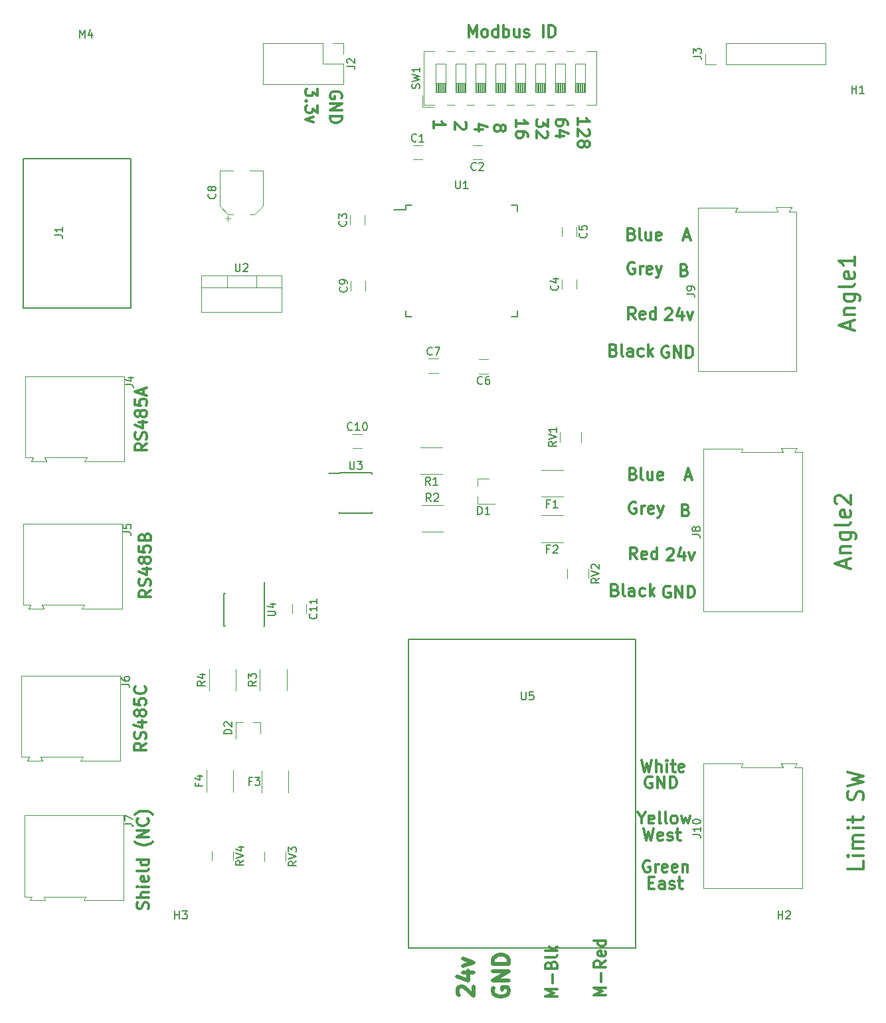
<source format=gbr>
G04 #@! TF.GenerationSoftware,KiCad,Pcbnew,5.0.0-fee4fd1~66~ubuntu18.04.1*
G04 #@! TF.CreationDate,2018-09-20T21:41:55-04:00*
G04 #@! TF.ProjectId,BackPanel,4261636B50616E656C2E6B696361645F,rev?*
G04 #@! TF.SameCoordinates,Original*
G04 #@! TF.FileFunction,Legend,Top*
G04 #@! TF.FilePolarity,Positive*
%FSLAX46Y46*%
G04 Gerber Fmt 4.6, Leading zero omitted, Abs format (unit mm)*
G04 Created by KiCad (PCBNEW 5.0.0-fee4fd1~66~ubuntu18.04.1) date Thu Sep 20 21:41:55 2018*
%MOMM*%
%LPD*%
G01*
G04 APERTURE LIST*
%ADD10C,0.300000*%
%ADD11C,0.500000*%
%ADD12C,0.150000*%
%ADD13C,0.120000*%
G04 APERTURE END LIST*
D10*
X126921428Y-35957142D02*
X126921428Y-36885714D01*
X126350000Y-36385714D01*
X126350000Y-36600000D01*
X126278571Y-36742857D01*
X126207142Y-36814285D01*
X126064285Y-36885714D01*
X125707142Y-36885714D01*
X125564285Y-36814285D01*
X125492857Y-36742857D01*
X125421428Y-36600000D01*
X125421428Y-36171428D01*
X125492857Y-36028571D01*
X125564285Y-35957142D01*
X125564285Y-37528571D02*
X125492857Y-37600000D01*
X125421428Y-37528571D01*
X125492857Y-37457142D01*
X125564285Y-37528571D01*
X125421428Y-37528571D01*
X126921428Y-38100000D02*
X126921428Y-39028571D01*
X126350000Y-38528571D01*
X126350000Y-38742857D01*
X126278571Y-38885714D01*
X126207142Y-38957142D01*
X126064285Y-39028571D01*
X125707142Y-39028571D01*
X125564285Y-38957142D01*
X125492857Y-38885714D01*
X125421428Y-38742857D01*
X125421428Y-38314285D01*
X125492857Y-38171428D01*
X125564285Y-38100000D01*
X126421428Y-39528571D02*
X125421428Y-39885714D01*
X126421428Y-40242857D01*
X129950000Y-37157142D02*
X130021428Y-37014285D01*
X130021428Y-36800000D01*
X129950000Y-36585714D01*
X129807142Y-36442857D01*
X129664285Y-36371428D01*
X129378571Y-36300000D01*
X129164285Y-36300000D01*
X128878571Y-36371428D01*
X128735714Y-36442857D01*
X128592857Y-36585714D01*
X128521428Y-36800000D01*
X128521428Y-36942857D01*
X128592857Y-37157142D01*
X128664285Y-37228571D01*
X129164285Y-37228571D01*
X129164285Y-36942857D01*
X128521428Y-37871428D02*
X130021428Y-37871428D01*
X128521428Y-38728571D01*
X130021428Y-38728571D01*
X128521428Y-39442857D02*
X130021428Y-39442857D01*
X130021428Y-39800000D01*
X129950000Y-40014285D01*
X129807142Y-40157142D01*
X129664285Y-40228571D01*
X129378571Y-40300000D01*
X129164285Y-40300000D01*
X128878571Y-40228571D01*
X128735714Y-40157142D01*
X128592857Y-40014285D01*
X128521428Y-39800000D01*
X128521428Y-39442857D01*
X146200000Y-29378571D02*
X146200000Y-27878571D01*
X146700000Y-28950000D01*
X147200000Y-27878571D01*
X147200000Y-29378571D01*
X148128571Y-29378571D02*
X147985714Y-29307142D01*
X147914285Y-29235714D01*
X147842857Y-29092857D01*
X147842857Y-28664285D01*
X147914285Y-28521428D01*
X147985714Y-28450000D01*
X148128571Y-28378571D01*
X148342857Y-28378571D01*
X148485714Y-28450000D01*
X148557142Y-28521428D01*
X148628571Y-28664285D01*
X148628571Y-29092857D01*
X148557142Y-29235714D01*
X148485714Y-29307142D01*
X148342857Y-29378571D01*
X148128571Y-29378571D01*
X149914285Y-29378571D02*
X149914285Y-27878571D01*
X149914285Y-29307142D02*
X149771428Y-29378571D01*
X149485714Y-29378571D01*
X149342857Y-29307142D01*
X149271428Y-29235714D01*
X149200000Y-29092857D01*
X149200000Y-28664285D01*
X149271428Y-28521428D01*
X149342857Y-28450000D01*
X149485714Y-28378571D01*
X149771428Y-28378571D01*
X149914285Y-28450000D01*
X150628571Y-29378571D02*
X150628571Y-27878571D01*
X150628571Y-28450000D02*
X150771428Y-28378571D01*
X151057142Y-28378571D01*
X151200000Y-28450000D01*
X151271428Y-28521428D01*
X151342857Y-28664285D01*
X151342857Y-29092857D01*
X151271428Y-29235714D01*
X151200000Y-29307142D01*
X151057142Y-29378571D01*
X150771428Y-29378571D01*
X150628571Y-29307142D01*
X152628571Y-28378571D02*
X152628571Y-29378571D01*
X151985714Y-28378571D02*
X151985714Y-29164285D01*
X152057142Y-29307142D01*
X152200000Y-29378571D01*
X152414285Y-29378571D01*
X152557142Y-29307142D01*
X152628571Y-29235714D01*
X153271428Y-29307142D02*
X153414285Y-29378571D01*
X153700000Y-29378571D01*
X153842857Y-29307142D01*
X153914285Y-29164285D01*
X153914285Y-29092857D01*
X153842857Y-28950000D01*
X153700000Y-28878571D01*
X153485714Y-28878571D01*
X153342857Y-28807142D01*
X153271428Y-28664285D01*
X153271428Y-28592857D01*
X153342857Y-28450000D01*
X153485714Y-28378571D01*
X153700000Y-28378571D01*
X153842857Y-28450000D01*
X155700000Y-29378571D02*
X155700000Y-27878571D01*
X156414285Y-29378571D02*
X156414285Y-27878571D01*
X156771428Y-27878571D01*
X156985714Y-27950000D01*
X157128571Y-28092857D01*
X157200000Y-28235714D01*
X157271428Y-28521428D01*
X157271428Y-28735714D01*
X157200000Y-29021428D01*
X157128571Y-29164285D01*
X156985714Y-29307142D01*
X156771428Y-29378571D01*
X156414285Y-29378571D01*
X160121428Y-40600000D02*
X160121428Y-39742857D01*
X160121428Y-40171428D02*
X161621428Y-40171428D01*
X161407142Y-40028571D01*
X161264285Y-39885714D01*
X161192857Y-39742857D01*
X161478571Y-41171428D02*
X161550000Y-41242857D01*
X161621428Y-41385714D01*
X161621428Y-41742857D01*
X161550000Y-41885714D01*
X161478571Y-41957142D01*
X161335714Y-42028571D01*
X161192857Y-42028571D01*
X160978571Y-41957142D01*
X160121428Y-41100000D01*
X160121428Y-42028571D01*
X160978571Y-42885714D02*
X161050000Y-42742857D01*
X161121428Y-42671428D01*
X161264285Y-42600000D01*
X161335714Y-42600000D01*
X161478571Y-42671428D01*
X161550000Y-42742857D01*
X161621428Y-42885714D01*
X161621428Y-43171428D01*
X161550000Y-43314285D01*
X161478571Y-43385714D01*
X161335714Y-43457142D01*
X161264285Y-43457142D01*
X161121428Y-43385714D01*
X161050000Y-43314285D01*
X160978571Y-43171428D01*
X160978571Y-42885714D01*
X160907142Y-42742857D01*
X160835714Y-42671428D01*
X160692857Y-42600000D01*
X160407142Y-42600000D01*
X160264285Y-42671428D01*
X160192857Y-42742857D01*
X160121428Y-42885714D01*
X160121428Y-43171428D01*
X160192857Y-43314285D01*
X160264285Y-43385714D01*
X160407142Y-43457142D01*
X160692857Y-43457142D01*
X160835714Y-43385714D01*
X160907142Y-43314285D01*
X160978571Y-43171428D01*
X158821428Y-40571428D02*
X158821428Y-40285714D01*
X158750000Y-40142857D01*
X158678571Y-40071428D01*
X158464285Y-39928571D01*
X158178571Y-39857142D01*
X157607142Y-39857142D01*
X157464285Y-39928571D01*
X157392857Y-40000000D01*
X157321428Y-40142857D01*
X157321428Y-40428571D01*
X157392857Y-40571428D01*
X157464285Y-40642857D01*
X157607142Y-40714285D01*
X157964285Y-40714285D01*
X158107142Y-40642857D01*
X158178571Y-40571428D01*
X158250000Y-40428571D01*
X158250000Y-40142857D01*
X158178571Y-40000000D01*
X158107142Y-39928571D01*
X157964285Y-39857142D01*
X158321428Y-42000000D02*
X157321428Y-42000000D01*
X158892857Y-41642857D02*
X157821428Y-41285714D01*
X157821428Y-42214285D01*
X156321428Y-39885714D02*
X156321428Y-40814285D01*
X155750000Y-40314285D01*
X155750000Y-40528571D01*
X155678571Y-40671428D01*
X155607142Y-40742857D01*
X155464285Y-40814285D01*
X155107142Y-40814285D01*
X154964285Y-40742857D01*
X154892857Y-40671428D01*
X154821428Y-40528571D01*
X154821428Y-40100000D01*
X154892857Y-39957142D01*
X154964285Y-39885714D01*
X156178571Y-41385714D02*
X156250000Y-41457142D01*
X156321428Y-41600000D01*
X156321428Y-41957142D01*
X156250000Y-42100000D01*
X156178571Y-42171428D01*
X156035714Y-42242857D01*
X155892857Y-42242857D01*
X155678571Y-42171428D01*
X154821428Y-41314285D01*
X154821428Y-42242857D01*
X152221428Y-40814285D02*
X152221428Y-39957142D01*
X152221428Y-40385714D02*
X153721428Y-40385714D01*
X153507142Y-40242857D01*
X153364285Y-40100000D01*
X153292857Y-39957142D01*
X153721428Y-42100000D02*
X153721428Y-41814285D01*
X153650000Y-41671428D01*
X153578571Y-41600000D01*
X153364285Y-41457142D01*
X153078571Y-41385714D01*
X152507142Y-41385714D01*
X152364285Y-41457142D01*
X152292857Y-41528571D01*
X152221428Y-41671428D01*
X152221428Y-41957142D01*
X152292857Y-42100000D01*
X152364285Y-42171428D01*
X152507142Y-42242857D01*
X152864285Y-42242857D01*
X153007142Y-42171428D01*
X153078571Y-42100000D01*
X153150000Y-41957142D01*
X153150000Y-41671428D01*
X153078571Y-41528571D01*
X153007142Y-41457142D01*
X152864285Y-41385714D01*
X150278571Y-40857142D02*
X150350000Y-40714285D01*
X150421428Y-40642857D01*
X150564285Y-40571428D01*
X150635714Y-40571428D01*
X150778571Y-40642857D01*
X150850000Y-40714285D01*
X150921428Y-40857142D01*
X150921428Y-41142857D01*
X150850000Y-41285714D01*
X150778571Y-41357142D01*
X150635714Y-41428571D01*
X150564285Y-41428571D01*
X150421428Y-41357142D01*
X150350000Y-41285714D01*
X150278571Y-41142857D01*
X150278571Y-40857142D01*
X150207142Y-40714285D01*
X150135714Y-40642857D01*
X149992857Y-40571428D01*
X149707142Y-40571428D01*
X149564285Y-40642857D01*
X149492857Y-40714285D01*
X149421428Y-40857142D01*
X149421428Y-41142857D01*
X149492857Y-41285714D01*
X149564285Y-41357142D01*
X149707142Y-41428571D01*
X149992857Y-41428571D01*
X150135714Y-41357142D01*
X150207142Y-41285714D01*
X150278571Y-41142857D01*
X148021428Y-41185714D02*
X147021428Y-41185714D01*
X148592857Y-40828571D02*
X147521428Y-40471428D01*
X147521428Y-41400000D01*
X145778571Y-40271428D02*
X145850000Y-40342857D01*
X145921428Y-40485714D01*
X145921428Y-40842857D01*
X145850000Y-40985714D01*
X145778571Y-41057142D01*
X145635714Y-41128571D01*
X145492857Y-41128571D01*
X145278571Y-41057142D01*
X144421428Y-40200000D01*
X144421428Y-41128571D01*
X141721428Y-41028571D02*
X141721428Y-40171428D01*
X141721428Y-40600000D02*
X143221428Y-40600000D01*
X143007142Y-40457142D01*
X142864285Y-40314285D01*
X142792857Y-40171428D01*
X196504761Y-134495238D02*
X196504761Y-135447619D01*
X194504761Y-135447619D01*
X196504761Y-133828571D02*
X195171428Y-133828571D01*
X194504761Y-133828571D02*
X194600000Y-133923809D01*
X194695238Y-133828571D01*
X194600000Y-133733333D01*
X194504761Y-133828571D01*
X194695238Y-133828571D01*
X196504761Y-132876190D02*
X195171428Y-132876190D01*
X195361904Y-132876190D02*
X195266666Y-132780952D01*
X195171428Y-132590476D01*
X195171428Y-132304761D01*
X195266666Y-132114285D01*
X195457142Y-132019047D01*
X196504761Y-132019047D01*
X195457142Y-132019047D02*
X195266666Y-131923809D01*
X195171428Y-131733333D01*
X195171428Y-131447619D01*
X195266666Y-131257142D01*
X195457142Y-131161904D01*
X196504761Y-131161904D01*
X196504761Y-130209523D02*
X195171428Y-130209523D01*
X194504761Y-130209523D02*
X194600000Y-130304761D01*
X194695238Y-130209523D01*
X194600000Y-130114285D01*
X194504761Y-130209523D01*
X194695238Y-130209523D01*
X195171428Y-129542857D02*
X195171428Y-128780952D01*
X194504761Y-129257142D02*
X196219047Y-129257142D01*
X196409523Y-129161904D01*
X196504761Y-128971428D01*
X196504761Y-128780952D01*
X196409523Y-126685714D02*
X196504761Y-126400000D01*
X196504761Y-125923809D01*
X196409523Y-125733333D01*
X196314285Y-125638095D01*
X196123809Y-125542857D01*
X195933333Y-125542857D01*
X195742857Y-125638095D01*
X195647619Y-125733333D01*
X195552380Y-125923809D01*
X195457142Y-126304761D01*
X195361904Y-126495238D01*
X195266666Y-126590476D01*
X195076190Y-126685714D01*
X194885714Y-126685714D01*
X194695238Y-126590476D01*
X194600000Y-126495238D01*
X194504761Y-126304761D01*
X194504761Y-125828571D01*
X194600000Y-125542857D01*
X194504761Y-124876190D02*
X196504761Y-124400000D01*
X195076190Y-124019047D01*
X196504761Y-123638095D01*
X194504761Y-123161904D01*
D11*
X149400000Y-150623809D02*
X149304761Y-150814285D01*
X149304761Y-151100000D01*
X149400000Y-151385714D01*
X149590476Y-151576190D01*
X149780952Y-151671428D01*
X150161904Y-151766666D01*
X150447619Y-151766666D01*
X150828571Y-151671428D01*
X151019047Y-151576190D01*
X151209523Y-151385714D01*
X151304761Y-151100000D01*
X151304761Y-150909523D01*
X151209523Y-150623809D01*
X151114285Y-150528571D01*
X150447619Y-150528571D01*
X150447619Y-150909523D01*
X151304761Y-149671428D02*
X149304761Y-149671428D01*
X151304761Y-148528571D01*
X149304761Y-148528571D01*
X151304761Y-147576190D02*
X149304761Y-147576190D01*
X149304761Y-147100000D01*
X149400000Y-146814285D01*
X149590476Y-146623809D01*
X149780952Y-146528571D01*
X150161904Y-146433333D01*
X150447619Y-146433333D01*
X150828571Y-146528571D01*
X151019047Y-146623809D01*
X151209523Y-146814285D01*
X151304761Y-147100000D01*
X151304761Y-147576190D01*
X144995238Y-151585714D02*
X144900000Y-151490476D01*
X144804761Y-151300000D01*
X144804761Y-150823809D01*
X144900000Y-150633333D01*
X144995238Y-150538095D01*
X145185714Y-150442857D01*
X145376190Y-150442857D01*
X145661904Y-150538095D01*
X146804761Y-151680952D01*
X146804761Y-150442857D01*
X145471428Y-148728571D02*
X146804761Y-148728571D01*
X144709523Y-149204761D02*
X146138095Y-149680952D01*
X146138095Y-148442857D01*
X145471428Y-147871428D02*
X146804761Y-147395238D01*
X145471428Y-146919047D01*
D10*
X105307142Y-140585714D02*
X105378571Y-140371428D01*
X105378571Y-140014285D01*
X105307142Y-139871428D01*
X105235714Y-139800000D01*
X105092857Y-139728571D01*
X104950000Y-139728571D01*
X104807142Y-139800000D01*
X104735714Y-139871428D01*
X104664285Y-140014285D01*
X104592857Y-140300000D01*
X104521428Y-140442857D01*
X104450000Y-140514285D01*
X104307142Y-140585714D01*
X104164285Y-140585714D01*
X104021428Y-140514285D01*
X103950000Y-140442857D01*
X103878571Y-140300000D01*
X103878571Y-139942857D01*
X103950000Y-139728571D01*
X105378571Y-139085714D02*
X103878571Y-139085714D01*
X105378571Y-138442857D02*
X104592857Y-138442857D01*
X104450000Y-138514285D01*
X104378571Y-138657142D01*
X104378571Y-138871428D01*
X104450000Y-139014285D01*
X104521428Y-139085714D01*
X105378571Y-137728571D02*
X104378571Y-137728571D01*
X103878571Y-137728571D02*
X103950000Y-137800000D01*
X104021428Y-137728571D01*
X103950000Y-137657142D01*
X103878571Y-137728571D01*
X104021428Y-137728571D01*
X105307142Y-136442857D02*
X105378571Y-136585714D01*
X105378571Y-136871428D01*
X105307142Y-137014285D01*
X105164285Y-137085714D01*
X104592857Y-137085714D01*
X104450000Y-137014285D01*
X104378571Y-136871428D01*
X104378571Y-136585714D01*
X104450000Y-136442857D01*
X104592857Y-136371428D01*
X104735714Y-136371428D01*
X104878571Y-137085714D01*
X105378571Y-135514285D02*
X105307142Y-135657142D01*
X105164285Y-135728571D01*
X103878571Y-135728571D01*
X105378571Y-134300000D02*
X103878571Y-134300000D01*
X105307142Y-134300000D02*
X105378571Y-134442857D01*
X105378571Y-134728571D01*
X105307142Y-134871428D01*
X105235714Y-134942857D01*
X105092857Y-135014285D01*
X104664285Y-135014285D01*
X104521428Y-134942857D01*
X104450000Y-134871428D01*
X104378571Y-134728571D01*
X104378571Y-134442857D01*
X104450000Y-134300000D01*
X105950000Y-132014285D02*
X105878571Y-132085714D01*
X105664285Y-132228571D01*
X105521428Y-132300000D01*
X105307142Y-132371428D01*
X104950000Y-132442857D01*
X104664285Y-132442857D01*
X104307142Y-132371428D01*
X104092857Y-132300000D01*
X103950000Y-132228571D01*
X103735714Y-132085714D01*
X103664285Y-132014285D01*
X105378571Y-131442857D02*
X103878571Y-131442857D01*
X105378571Y-130585714D01*
X103878571Y-130585714D01*
X105235714Y-129014285D02*
X105307142Y-129085714D01*
X105378571Y-129300000D01*
X105378571Y-129442857D01*
X105307142Y-129657142D01*
X105164285Y-129800000D01*
X105021428Y-129871428D01*
X104735714Y-129942857D01*
X104521428Y-129942857D01*
X104235714Y-129871428D01*
X104092857Y-129800000D01*
X103950000Y-129657142D01*
X103878571Y-129442857D01*
X103878571Y-129300000D01*
X103950000Y-129085714D01*
X104021428Y-129014285D01*
X105950000Y-128514285D02*
X105878571Y-128442857D01*
X105664285Y-128300000D01*
X105521428Y-128228571D01*
X105307142Y-128157142D01*
X104950000Y-128085714D01*
X104664285Y-128085714D01*
X104307142Y-128157142D01*
X104092857Y-128228571D01*
X103950000Y-128300000D01*
X103735714Y-128442857D01*
X103664285Y-128514285D01*
X173707142Y-59092857D02*
X173921428Y-59164285D01*
X173992857Y-59235714D01*
X174064285Y-59378571D01*
X174064285Y-59592857D01*
X173992857Y-59735714D01*
X173921428Y-59807142D01*
X173778571Y-59878571D01*
X173207142Y-59878571D01*
X173207142Y-58378571D01*
X173707142Y-58378571D01*
X173850000Y-58450000D01*
X173921428Y-58521428D01*
X173992857Y-58664285D01*
X173992857Y-58807142D01*
X173921428Y-58950000D01*
X173850000Y-59021428D01*
X173707142Y-59092857D01*
X173207142Y-59092857D01*
X167192857Y-85092857D02*
X167407142Y-85164285D01*
X167478571Y-85235714D01*
X167550000Y-85378571D01*
X167550000Y-85592857D01*
X167478571Y-85735714D01*
X167407142Y-85807142D01*
X167264285Y-85878571D01*
X166692857Y-85878571D01*
X166692857Y-84378571D01*
X167192857Y-84378571D01*
X167335714Y-84450000D01*
X167407142Y-84521428D01*
X167478571Y-84664285D01*
X167478571Y-84807142D01*
X167407142Y-84950000D01*
X167335714Y-85021428D01*
X167192857Y-85092857D01*
X166692857Y-85092857D01*
X168407142Y-85878571D02*
X168264285Y-85807142D01*
X168192857Y-85664285D01*
X168192857Y-84378571D01*
X169621428Y-84878571D02*
X169621428Y-85878571D01*
X168978571Y-84878571D02*
X168978571Y-85664285D01*
X169050000Y-85807142D01*
X169192857Y-85878571D01*
X169407142Y-85878571D01*
X169550000Y-85807142D01*
X169621428Y-85735714D01*
X170907142Y-85807142D02*
X170764285Y-85878571D01*
X170478571Y-85878571D01*
X170335714Y-85807142D01*
X170264285Y-85664285D01*
X170264285Y-85092857D01*
X170335714Y-84950000D01*
X170478571Y-84878571D01*
X170764285Y-84878571D01*
X170907142Y-84950000D01*
X170978571Y-85092857D01*
X170978571Y-85235714D01*
X170264285Y-85378571D01*
X167314285Y-58150000D02*
X167171428Y-58078571D01*
X166957142Y-58078571D01*
X166742857Y-58150000D01*
X166600000Y-58292857D01*
X166528571Y-58435714D01*
X166457142Y-58721428D01*
X166457142Y-58935714D01*
X166528571Y-59221428D01*
X166600000Y-59364285D01*
X166742857Y-59507142D01*
X166957142Y-59578571D01*
X167100000Y-59578571D01*
X167314285Y-59507142D01*
X167385714Y-59435714D01*
X167385714Y-58935714D01*
X167100000Y-58935714D01*
X168028571Y-59578571D02*
X168028571Y-58578571D01*
X168028571Y-58864285D02*
X168100000Y-58721428D01*
X168171428Y-58650000D01*
X168314285Y-58578571D01*
X168457142Y-58578571D01*
X169528571Y-59507142D02*
X169385714Y-59578571D01*
X169100000Y-59578571D01*
X168957142Y-59507142D01*
X168885714Y-59364285D01*
X168885714Y-58792857D01*
X168957142Y-58650000D01*
X169100000Y-58578571D01*
X169385714Y-58578571D01*
X169528571Y-58650000D01*
X169600000Y-58792857D01*
X169600000Y-58935714D01*
X168885714Y-59078571D01*
X170100000Y-58578571D02*
X170457142Y-59578571D01*
X170814285Y-58578571D02*
X170457142Y-59578571D01*
X170314285Y-59935714D01*
X170242857Y-60007142D01*
X170100000Y-60078571D01*
X168478571Y-130303571D02*
X168835714Y-131803571D01*
X169121428Y-130732142D01*
X169407142Y-131803571D01*
X169764285Y-130303571D01*
X170907142Y-131732142D02*
X170764285Y-131803571D01*
X170478571Y-131803571D01*
X170335714Y-131732142D01*
X170264285Y-131589285D01*
X170264285Y-131017857D01*
X170335714Y-130875000D01*
X170478571Y-130803571D01*
X170764285Y-130803571D01*
X170907142Y-130875000D01*
X170978571Y-131017857D01*
X170978571Y-131160714D01*
X170264285Y-131303571D01*
X171550000Y-131732142D02*
X171692857Y-131803571D01*
X171978571Y-131803571D01*
X172121428Y-131732142D01*
X172192857Y-131589285D01*
X172192857Y-131517857D01*
X172121428Y-131375000D01*
X171978571Y-131303571D01*
X171764285Y-131303571D01*
X171621428Y-131232142D01*
X171550000Y-131089285D01*
X171550000Y-131017857D01*
X171621428Y-130875000D01*
X171764285Y-130803571D01*
X171978571Y-130803571D01*
X172121428Y-130875000D01*
X172621428Y-130803571D02*
X173192857Y-130803571D01*
X172835714Y-130303571D02*
X172835714Y-131589285D01*
X172907142Y-131732142D01*
X173050000Y-131803571D01*
X173192857Y-131803571D01*
X169164285Y-137217857D02*
X169664285Y-137217857D01*
X169878571Y-138003571D02*
X169164285Y-138003571D01*
X169164285Y-136503571D01*
X169878571Y-136503571D01*
X171164285Y-138003571D02*
X171164285Y-137217857D01*
X171092857Y-137075000D01*
X170950000Y-137003571D01*
X170664285Y-137003571D01*
X170521428Y-137075000D01*
X171164285Y-137932142D02*
X171021428Y-138003571D01*
X170664285Y-138003571D01*
X170521428Y-137932142D01*
X170450000Y-137789285D01*
X170450000Y-137646428D01*
X170521428Y-137503571D01*
X170664285Y-137432142D01*
X171021428Y-137432142D01*
X171164285Y-137360714D01*
X171807142Y-137932142D02*
X171950000Y-138003571D01*
X172235714Y-138003571D01*
X172378571Y-137932142D01*
X172450000Y-137789285D01*
X172450000Y-137717857D01*
X172378571Y-137575000D01*
X172235714Y-137503571D01*
X172021428Y-137503571D01*
X171878571Y-137432142D01*
X171807142Y-137289285D01*
X171807142Y-137217857D01*
X171878571Y-137075000D01*
X172021428Y-137003571D01*
X172235714Y-137003571D01*
X172378571Y-137075000D01*
X172878571Y-137003571D02*
X173450000Y-137003571D01*
X173092857Y-136503571D02*
X173092857Y-137789285D01*
X173164285Y-137932142D01*
X173307142Y-138003571D01*
X173450000Y-138003571D01*
X164685714Y-69292857D02*
X164900000Y-69364285D01*
X164971428Y-69435714D01*
X165042857Y-69578571D01*
X165042857Y-69792857D01*
X164971428Y-69935714D01*
X164900000Y-70007142D01*
X164757142Y-70078571D01*
X164185714Y-70078571D01*
X164185714Y-68578571D01*
X164685714Y-68578571D01*
X164828571Y-68650000D01*
X164900000Y-68721428D01*
X164971428Y-68864285D01*
X164971428Y-69007142D01*
X164900000Y-69150000D01*
X164828571Y-69221428D01*
X164685714Y-69292857D01*
X164185714Y-69292857D01*
X165900000Y-70078571D02*
X165757142Y-70007142D01*
X165685714Y-69864285D01*
X165685714Y-68578571D01*
X167114285Y-70078571D02*
X167114285Y-69292857D01*
X167042857Y-69150000D01*
X166900000Y-69078571D01*
X166614285Y-69078571D01*
X166471428Y-69150000D01*
X167114285Y-70007142D02*
X166971428Y-70078571D01*
X166614285Y-70078571D01*
X166471428Y-70007142D01*
X166400000Y-69864285D01*
X166400000Y-69721428D01*
X166471428Y-69578571D01*
X166614285Y-69507142D01*
X166971428Y-69507142D01*
X167114285Y-69435714D01*
X168471428Y-70007142D02*
X168328571Y-70078571D01*
X168042857Y-70078571D01*
X167900000Y-70007142D01*
X167828571Y-69935714D01*
X167757142Y-69792857D01*
X167757142Y-69364285D01*
X167828571Y-69221428D01*
X167900000Y-69150000D01*
X168042857Y-69078571D01*
X168328571Y-69078571D01*
X168471428Y-69150000D01*
X169114285Y-70078571D02*
X169114285Y-68578571D01*
X169257142Y-69507142D02*
X169685714Y-70078571D01*
X169685714Y-69078571D02*
X169114285Y-69650000D01*
X167642857Y-95978571D02*
X167142857Y-95264285D01*
X166785714Y-95978571D02*
X166785714Y-94478571D01*
X167357142Y-94478571D01*
X167500000Y-94550000D01*
X167571428Y-94621428D01*
X167642857Y-94764285D01*
X167642857Y-94978571D01*
X167571428Y-95121428D01*
X167500000Y-95192857D01*
X167357142Y-95264285D01*
X166785714Y-95264285D01*
X168857142Y-95907142D02*
X168714285Y-95978571D01*
X168428571Y-95978571D01*
X168285714Y-95907142D01*
X168214285Y-95764285D01*
X168214285Y-95192857D01*
X168285714Y-95050000D01*
X168428571Y-94978571D01*
X168714285Y-94978571D01*
X168857142Y-95050000D01*
X168928571Y-95192857D01*
X168928571Y-95335714D01*
X168214285Y-95478571D01*
X170214285Y-95978571D02*
X170214285Y-94478571D01*
X170214285Y-95907142D02*
X170071428Y-95978571D01*
X169785714Y-95978571D01*
X169642857Y-95907142D01*
X169571428Y-95835714D01*
X169500000Y-95692857D01*
X169500000Y-95264285D01*
X169571428Y-95121428D01*
X169642857Y-95050000D01*
X169785714Y-94978571D01*
X170071428Y-94978571D01*
X170214285Y-95050000D01*
X171857142Y-99450000D02*
X171714285Y-99378571D01*
X171500000Y-99378571D01*
X171285714Y-99450000D01*
X171142857Y-99592857D01*
X171071428Y-99735714D01*
X171000000Y-100021428D01*
X171000000Y-100235714D01*
X171071428Y-100521428D01*
X171142857Y-100664285D01*
X171285714Y-100807142D01*
X171500000Y-100878571D01*
X171642857Y-100878571D01*
X171857142Y-100807142D01*
X171928571Y-100735714D01*
X171928571Y-100235714D01*
X171642857Y-100235714D01*
X172571428Y-100878571D02*
X172571428Y-99378571D01*
X173428571Y-100878571D01*
X173428571Y-99378571D01*
X174142857Y-100878571D02*
X174142857Y-99378571D01*
X174500000Y-99378571D01*
X174714285Y-99450000D01*
X174857142Y-99592857D01*
X174928571Y-99735714D01*
X175000000Y-100021428D01*
X175000000Y-100235714D01*
X174928571Y-100521428D01*
X174857142Y-100664285D01*
X174714285Y-100807142D01*
X174500000Y-100878571D01*
X174142857Y-100878571D01*
X169264285Y-134450000D02*
X169121428Y-134378571D01*
X168907142Y-134378571D01*
X168692857Y-134450000D01*
X168550000Y-134592857D01*
X168478571Y-134735714D01*
X168407142Y-135021428D01*
X168407142Y-135235714D01*
X168478571Y-135521428D01*
X168550000Y-135664285D01*
X168692857Y-135807142D01*
X168907142Y-135878571D01*
X169050000Y-135878571D01*
X169264285Y-135807142D01*
X169335714Y-135735714D01*
X169335714Y-135235714D01*
X169050000Y-135235714D01*
X169978571Y-135878571D02*
X169978571Y-134878571D01*
X169978571Y-135164285D02*
X170050000Y-135021428D01*
X170121428Y-134950000D01*
X170264285Y-134878571D01*
X170407142Y-134878571D01*
X171478571Y-135807142D02*
X171335714Y-135878571D01*
X171050000Y-135878571D01*
X170907142Y-135807142D01*
X170835714Y-135664285D01*
X170835714Y-135092857D01*
X170907142Y-134950000D01*
X171050000Y-134878571D01*
X171335714Y-134878571D01*
X171478571Y-134950000D01*
X171550000Y-135092857D01*
X171550000Y-135235714D01*
X170835714Y-135378571D01*
X172764285Y-135807142D02*
X172621428Y-135878571D01*
X172335714Y-135878571D01*
X172192857Y-135807142D01*
X172121428Y-135664285D01*
X172121428Y-135092857D01*
X172192857Y-134950000D01*
X172335714Y-134878571D01*
X172621428Y-134878571D01*
X172764285Y-134950000D01*
X172835714Y-135092857D01*
X172835714Y-135235714D01*
X172121428Y-135378571D01*
X173478571Y-134878571D02*
X173478571Y-135878571D01*
X173478571Y-135021428D02*
X173550000Y-134950000D01*
X173692857Y-134878571D01*
X173907142Y-134878571D01*
X174050000Y-134950000D01*
X174121428Y-135092857D01*
X174121428Y-135878571D01*
X163678571Y-151600000D02*
X162178571Y-151600000D01*
X163250000Y-151100000D01*
X162178571Y-150600000D01*
X163678571Y-150600000D01*
X163107142Y-149885714D02*
X163107142Y-148742857D01*
X163678571Y-147171428D02*
X162964285Y-147671428D01*
X163678571Y-148028571D02*
X162178571Y-148028571D01*
X162178571Y-147457142D01*
X162250000Y-147314285D01*
X162321428Y-147242857D01*
X162464285Y-147171428D01*
X162678571Y-147171428D01*
X162821428Y-147242857D01*
X162892857Y-147314285D01*
X162964285Y-147457142D01*
X162964285Y-148028571D01*
X163607142Y-145957142D02*
X163678571Y-146100000D01*
X163678571Y-146385714D01*
X163607142Y-146528571D01*
X163464285Y-146600000D01*
X162892857Y-146600000D01*
X162750000Y-146528571D01*
X162678571Y-146385714D01*
X162678571Y-146100000D01*
X162750000Y-145957142D01*
X162892857Y-145885714D01*
X163035714Y-145885714D01*
X163178571Y-146600000D01*
X163678571Y-144600000D02*
X162178571Y-144600000D01*
X163607142Y-144600000D02*
X163678571Y-144742857D01*
X163678571Y-145028571D01*
X163607142Y-145171428D01*
X163535714Y-145242857D01*
X163392857Y-145314285D01*
X162964285Y-145314285D01*
X162821428Y-145242857D01*
X162750000Y-145171428D01*
X162678571Y-145028571D01*
X162678571Y-144742857D01*
X162750000Y-144600000D01*
X167442857Y-65378571D02*
X166942857Y-64664285D01*
X166585714Y-65378571D02*
X166585714Y-63878571D01*
X167157142Y-63878571D01*
X167300000Y-63950000D01*
X167371428Y-64021428D01*
X167442857Y-64164285D01*
X167442857Y-64378571D01*
X167371428Y-64521428D01*
X167300000Y-64592857D01*
X167157142Y-64664285D01*
X166585714Y-64664285D01*
X168657142Y-65307142D02*
X168514285Y-65378571D01*
X168228571Y-65378571D01*
X168085714Y-65307142D01*
X168014285Y-65164285D01*
X168014285Y-64592857D01*
X168085714Y-64450000D01*
X168228571Y-64378571D01*
X168514285Y-64378571D01*
X168657142Y-64450000D01*
X168728571Y-64592857D01*
X168728571Y-64735714D01*
X168014285Y-64878571D01*
X170014285Y-65378571D02*
X170014285Y-63878571D01*
X170014285Y-65307142D02*
X169871428Y-65378571D01*
X169585714Y-65378571D01*
X169442857Y-65307142D01*
X169371428Y-65235714D01*
X169300000Y-65092857D01*
X169300000Y-64664285D01*
X169371428Y-64521428D01*
X169442857Y-64450000D01*
X169585714Y-64378571D01*
X169871428Y-64378571D01*
X170014285Y-64450000D01*
X194333333Y-97019047D02*
X194333333Y-96066666D01*
X194904761Y-97209523D02*
X192904761Y-96542857D01*
X194904761Y-95876190D01*
X193571428Y-95209523D02*
X194904761Y-95209523D01*
X193761904Y-95209523D02*
X193666666Y-95114285D01*
X193571428Y-94923809D01*
X193571428Y-94638095D01*
X193666666Y-94447619D01*
X193857142Y-94352380D01*
X194904761Y-94352380D01*
X193571428Y-92542857D02*
X195190476Y-92542857D01*
X195380952Y-92638095D01*
X195476190Y-92733333D01*
X195571428Y-92923809D01*
X195571428Y-93209523D01*
X195476190Y-93400000D01*
X194809523Y-92542857D02*
X194904761Y-92733333D01*
X194904761Y-93114285D01*
X194809523Y-93304761D01*
X194714285Y-93400000D01*
X194523809Y-93495238D01*
X193952380Y-93495238D01*
X193761904Y-93400000D01*
X193666666Y-93304761D01*
X193571428Y-93114285D01*
X193571428Y-92733333D01*
X193666666Y-92542857D01*
X194904761Y-91304761D02*
X194809523Y-91495238D01*
X194619047Y-91590476D01*
X192904761Y-91590476D01*
X194809523Y-89780952D02*
X194904761Y-89971428D01*
X194904761Y-90352380D01*
X194809523Y-90542857D01*
X194619047Y-90638095D01*
X193857142Y-90638095D01*
X193666666Y-90542857D01*
X193571428Y-90352380D01*
X193571428Y-89971428D01*
X193666666Y-89780952D01*
X193857142Y-89685714D01*
X194047619Y-89685714D01*
X194238095Y-90638095D01*
X193095238Y-88923809D02*
X193000000Y-88828571D01*
X192904761Y-88638095D01*
X192904761Y-88161904D01*
X193000000Y-87971428D01*
X193095238Y-87876190D01*
X193285714Y-87780952D01*
X193476190Y-87780952D01*
X193761904Y-87876190D01*
X194904761Y-89019047D01*
X194904761Y-87780952D01*
X194833333Y-66619047D02*
X194833333Y-65666666D01*
X195404761Y-66809523D02*
X193404761Y-66142857D01*
X195404761Y-65476190D01*
X194071428Y-64809523D02*
X195404761Y-64809523D01*
X194261904Y-64809523D02*
X194166666Y-64714285D01*
X194071428Y-64523809D01*
X194071428Y-64238095D01*
X194166666Y-64047619D01*
X194357142Y-63952380D01*
X195404761Y-63952380D01*
X194071428Y-62142857D02*
X195690476Y-62142857D01*
X195880952Y-62238095D01*
X195976190Y-62333333D01*
X196071428Y-62523809D01*
X196071428Y-62809523D01*
X195976190Y-63000000D01*
X195309523Y-62142857D02*
X195404761Y-62333333D01*
X195404761Y-62714285D01*
X195309523Y-62904761D01*
X195214285Y-63000000D01*
X195023809Y-63095238D01*
X194452380Y-63095238D01*
X194261904Y-63000000D01*
X194166666Y-62904761D01*
X194071428Y-62714285D01*
X194071428Y-62333333D01*
X194166666Y-62142857D01*
X195404761Y-60904761D02*
X195309523Y-61095238D01*
X195119047Y-61190476D01*
X193404761Y-61190476D01*
X195309523Y-59380952D02*
X195404761Y-59571428D01*
X195404761Y-59952380D01*
X195309523Y-60142857D01*
X195119047Y-60238095D01*
X194357142Y-60238095D01*
X194166666Y-60142857D01*
X194071428Y-59952380D01*
X194071428Y-59571428D01*
X194166666Y-59380952D01*
X194357142Y-59285714D01*
X194547619Y-59285714D01*
X194738095Y-60238095D01*
X195404761Y-57380952D02*
X195404761Y-58523809D01*
X195404761Y-57952380D02*
X193404761Y-57952380D01*
X193690476Y-58142857D01*
X193880952Y-58333333D01*
X193976190Y-58523809D01*
X171485714Y-94721428D02*
X171557142Y-94650000D01*
X171700000Y-94578571D01*
X172057142Y-94578571D01*
X172200000Y-94650000D01*
X172271428Y-94721428D01*
X172342857Y-94864285D01*
X172342857Y-95007142D01*
X172271428Y-95221428D01*
X171414285Y-96078571D01*
X172342857Y-96078571D01*
X173628571Y-95078571D02*
X173628571Y-96078571D01*
X173271428Y-94507142D02*
X172914285Y-95578571D01*
X173842857Y-95578571D01*
X174271428Y-95078571D02*
X174628571Y-96078571D01*
X174985714Y-95078571D01*
X168250000Y-121578571D02*
X168607142Y-123078571D01*
X168892857Y-122007142D01*
X169178571Y-123078571D01*
X169535714Y-121578571D01*
X170107142Y-123078571D02*
X170107142Y-121578571D01*
X170750000Y-123078571D02*
X170750000Y-122292857D01*
X170678571Y-122150000D01*
X170535714Y-122078571D01*
X170321428Y-122078571D01*
X170178571Y-122150000D01*
X170107142Y-122221428D01*
X171464285Y-123078571D02*
X171464285Y-122078571D01*
X171464285Y-121578571D02*
X171392857Y-121650000D01*
X171464285Y-121721428D01*
X171535714Y-121650000D01*
X171464285Y-121578571D01*
X171464285Y-121721428D01*
X171964285Y-122078571D02*
X172535714Y-122078571D01*
X172178571Y-121578571D02*
X172178571Y-122864285D01*
X172250000Y-123007142D01*
X172392857Y-123078571D01*
X172535714Y-123078571D01*
X173607142Y-123007142D02*
X173464285Y-123078571D01*
X173178571Y-123078571D01*
X173035714Y-123007142D01*
X172964285Y-122864285D01*
X172964285Y-122292857D01*
X173035714Y-122150000D01*
X173178571Y-122078571D01*
X173464285Y-122078571D01*
X173607142Y-122150000D01*
X173678571Y-122292857D01*
X173678571Y-122435714D01*
X172964285Y-122578571D01*
X168207142Y-128964285D02*
X168207142Y-129678571D01*
X167707142Y-128178571D02*
X168207142Y-128964285D01*
X168707142Y-128178571D01*
X169778571Y-129607142D02*
X169635714Y-129678571D01*
X169350000Y-129678571D01*
X169207142Y-129607142D01*
X169135714Y-129464285D01*
X169135714Y-128892857D01*
X169207142Y-128750000D01*
X169350000Y-128678571D01*
X169635714Y-128678571D01*
X169778571Y-128750000D01*
X169850000Y-128892857D01*
X169850000Y-129035714D01*
X169135714Y-129178571D01*
X170707142Y-129678571D02*
X170564285Y-129607142D01*
X170492857Y-129464285D01*
X170492857Y-128178571D01*
X171492857Y-129678571D02*
X171350000Y-129607142D01*
X171278571Y-129464285D01*
X171278571Y-128178571D01*
X172278571Y-129678571D02*
X172135714Y-129607142D01*
X172064285Y-129535714D01*
X171992857Y-129392857D01*
X171992857Y-128964285D01*
X172064285Y-128821428D01*
X172135714Y-128750000D01*
X172278571Y-128678571D01*
X172492857Y-128678571D01*
X172635714Y-128750000D01*
X172707142Y-128821428D01*
X172778571Y-128964285D01*
X172778571Y-129392857D01*
X172707142Y-129535714D01*
X172635714Y-129607142D01*
X172492857Y-129678571D01*
X172278571Y-129678571D01*
X173278571Y-128678571D02*
X173564285Y-129678571D01*
X173850000Y-128964285D01*
X174135714Y-129678571D01*
X174421428Y-128678571D01*
X167514285Y-88750000D02*
X167371428Y-88678571D01*
X167157142Y-88678571D01*
X166942857Y-88750000D01*
X166800000Y-88892857D01*
X166728571Y-89035714D01*
X166657142Y-89321428D01*
X166657142Y-89535714D01*
X166728571Y-89821428D01*
X166800000Y-89964285D01*
X166942857Y-90107142D01*
X167157142Y-90178571D01*
X167300000Y-90178571D01*
X167514285Y-90107142D01*
X167585714Y-90035714D01*
X167585714Y-89535714D01*
X167300000Y-89535714D01*
X168228571Y-90178571D02*
X168228571Y-89178571D01*
X168228571Y-89464285D02*
X168300000Y-89321428D01*
X168371428Y-89250000D01*
X168514285Y-89178571D01*
X168657142Y-89178571D01*
X169728571Y-90107142D02*
X169585714Y-90178571D01*
X169300000Y-90178571D01*
X169157142Y-90107142D01*
X169085714Y-89964285D01*
X169085714Y-89392857D01*
X169157142Y-89250000D01*
X169300000Y-89178571D01*
X169585714Y-89178571D01*
X169728571Y-89250000D01*
X169800000Y-89392857D01*
X169800000Y-89535714D01*
X169085714Y-89678571D01*
X170300000Y-89178571D02*
X170657142Y-90178571D01*
X171014285Y-89178571D02*
X170657142Y-90178571D01*
X170514285Y-90535714D01*
X170442857Y-90607142D01*
X170300000Y-90678571D01*
X105178571Y-81235714D02*
X104464285Y-81735714D01*
X105178571Y-82092857D02*
X103678571Y-82092857D01*
X103678571Y-81521428D01*
X103750000Y-81378571D01*
X103821428Y-81307142D01*
X103964285Y-81235714D01*
X104178571Y-81235714D01*
X104321428Y-81307142D01*
X104392857Y-81378571D01*
X104464285Y-81521428D01*
X104464285Y-82092857D01*
X105107142Y-80664285D02*
X105178571Y-80450000D01*
X105178571Y-80092857D01*
X105107142Y-79950000D01*
X105035714Y-79878571D01*
X104892857Y-79807142D01*
X104750000Y-79807142D01*
X104607142Y-79878571D01*
X104535714Y-79950000D01*
X104464285Y-80092857D01*
X104392857Y-80378571D01*
X104321428Y-80521428D01*
X104250000Y-80592857D01*
X104107142Y-80664285D01*
X103964285Y-80664285D01*
X103821428Y-80592857D01*
X103750000Y-80521428D01*
X103678571Y-80378571D01*
X103678571Y-80021428D01*
X103750000Y-79807142D01*
X104178571Y-78521428D02*
X105178571Y-78521428D01*
X103607142Y-78878571D02*
X104678571Y-79235714D01*
X104678571Y-78307142D01*
X104321428Y-77521428D02*
X104250000Y-77664285D01*
X104178571Y-77735714D01*
X104035714Y-77807142D01*
X103964285Y-77807142D01*
X103821428Y-77735714D01*
X103750000Y-77664285D01*
X103678571Y-77521428D01*
X103678571Y-77235714D01*
X103750000Y-77092857D01*
X103821428Y-77021428D01*
X103964285Y-76950000D01*
X104035714Y-76950000D01*
X104178571Y-77021428D01*
X104250000Y-77092857D01*
X104321428Y-77235714D01*
X104321428Y-77521428D01*
X104392857Y-77664285D01*
X104464285Y-77735714D01*
X104607142Y-77807142D01*
X104892857Y-77807142D01*
X105035714Y-77735714D01*
X105107142Y-77664285D01*
X105178571Y-77521428D01*
X105178571Y-77235714D01*
X105107142Y-77092857D01*
X105035714Y-77021428D01*
X104892857Y-76950000D01*
X104607142Y-76950000D01*
X104464285Y-77021428D01*
X104392857Y-77092857D01*
X104321428Y-77235714D01*
X103678571Y-75592857D02*
X103678571Y-76307142D01*
X104392857Y-76378571D01*
X104321428Y-76307142D01*
X104250000Y-76164285D01*
X104250000Y-75807142D01*
X104321428Y-75664285D01*
X104392857Y-75592857D01*
X104535714Y-75521428D01*
X104892857Y-75521428D01*
X105035714Y-75592857D01*
X105107142Y-75664285D01*
X105178571Y-75807142D01*
X105178571Y-76164285D01*
X105107142Y-76307142D01*
X105035714Y-76378571D01*
X104750000Y-74950000D02*
X104750000Y-74235714D01*
X105178571Y-75092857D02*
X103678571Y-74592857D01*
X105178571Y-74092857D01*
X157478571Y-151778571D02*
X155978571Y-151778571D01*
X157050000Y-151278571D01*
X155978571Y-150778571D01*
X157478571Y-150778571D01*
X156907142Y-150064285D02*
X156907142Y-148921428D01*
X156692857Y-147707142D02*
X156764285Y-147492857D01*
X156835714Y-147421428D01*
X156978571Y-147350000D01*
X157192857Y-147350000D01*
X157335714Y-147421428D01*
X157407142Y-147492857D01*
X157478571Y-147635714D01*
X157478571Y-148207142D01*
X155978571Y-148207142D01*
X155978571Y-147707142D01*
X156050000Y-147564285D01*
X156121428Y-147492857D01*
X156264285Y-147421428D01*
X156407142Y-147421428D01*
X156550000Y-147492857D01*
X156621428Y-147564285D01*
X156692857Y-147707142D01*
X156692857Y-148207142D01*
X157478571Y-146492857D02*
X157407142Y-146635714D01*
X157264285Y-146707142D01*
X155978571Y-146707142D01*
X157478571Y-145921428D02*
X155978571Y-145921428D01*
X156907142Y-145778571D02*
X157478571Y-145350000D01*
X156478571Y-145350000D02*
X157050000Y-145921428D01*
X171285714Y-64121428D02*
X171357142Y-64050000D01*
X171500000Y-63978571D01*
X171857142Y-63978571D01*
X172000000Y-64050000D01*
X172071428Y-64121428D01*
X172142857Y-64264285D01*
X172142857Y-64407142D01*
X172071428Y-64621428D01*
X171214285Y-65478571D01*
X172142857Y-65478571D01*
X173428571Y-64478571D02*
X173428571Y-65478571D01*
X173071428Y-63907142D02*
X172714285Y-64978571D01*
X173642857Y-64978571D01*
X174071428Y-64478571D02*
X174428571Y-65478571D01*
X174785714Y-64478571D01*
X171657142Y-68850000D02*
X171514285Y-68778571D01*
X171300000Y-68778571D01*
X171085714Y-68850000D01*
X170942857Y-68992857D01*
X170871428Y-69135714D01*
X170800000Y-69421428D01*
X170800000Y-69635714D01*
X170871428Y-69921428D01*
X170942857Y-70064285D01*
X171085714Y-70207142D01*
X171300000Y-70278571D01*
X171442857Y-70278571D01*
X171657142Y-70207142D01*
X171728571Y-70135714D01*
X171728571Y-69635714D01*
X171442857Y-69635714D01*
X172371428Y-70278571D02*
X172371428Y-68778571D01*
X173228571Y-70278571D01*
X173228571Y-68778571D01*
X173942857Y-70278571D02*
X173942857Y-68778571D01*
X174300000Y-68778571D01*
X174514285Y-68850000D01*
X174657142Y-68992857D01*
X174728571Y-69135714D01*
X174800000Y-69421428D01*
X174800000Y-69635714D01*
X174728571Y-69921428D01*
X174657142Y-70064285D01*
X174514285Y-70207142D01*
X174300000Y-70278571D01*
X173942857Y-70278571D01*
X173642857Y-54850000D02*
X174357142Y-54850000D01*
X173500000Y-55278571D02*
X174000000Y-53778571D01*
X174500000Y-55278571D01*
X169557142Y-123750000D02*
X169414285Y-123678571D01*
X169200000Y-123678571D01*
X168985714Y-123750000D01*
X168842857Y-123892857D01*
X168771428Y-124035714D01*
X168700000Y-124321428D01*
X168700000Y-124535714D01*
X168771428Y-124821428D01*
X168842857Y-124964285D01*
X168985714Y-125107142D01*
X169200000Y-125178571D01*
X169342857Y-125178571D01*
X169557142Y-125107142D01*
X169628571Y-125035714D01*
X169628571Y-124535714D01*
X169342857Y-124535714D01*
X170271428Y-125178571D02*
X170271428Y-123678571D01*
X171128571Y-125178571D01*
X171128571Y-123678571D01*
X171842857Y-125178571D02*
X171842857Y-123678571D01*
X172200000Y-123678571D01*
X172414285Y-123750000D01*
X172557142Y-123892857D01*
X172628571Y-124035714D01*
X172700000Y-124321428D01*
X172700000Y-124535714D01*
X172628571Y-124821428D01*
X172557142Y-124964285D01*
X172414285Y-125107142D01*
X172200000Y-125178571D01*
X171842857Y-125178571D01*
X164885714Y-99892857D02*
X165100000Y-99964285D01*
X165171428Y-100035714D01*
X165242857Y-100178571D01*
X165242857Y-100392857D01*
X165171428Y-100535714D01*
X165100000Y-100607142D01*
X164957142Y-100678571D01*
X164385714Y-100678571D01*
X164385714Y-99178571D01*
X164885714Y-99178571D01*
X165028571Y-99250000D01*
X165100000Y-99321428D01*
X165171428Y-99464285D01*
X165171428Y-99607142D01*
X165100000Y-99750000D01*
X165028571Y-99821428D01*
X164885714Y-99892857D01*
X164385714Y-99892857D01*
X166100000Y-100678571D02*
X165957142Y-100607142D01*
X165885714Y-100464285D01*
X165885714Y-99178571D01*
X167314285Y-100678571D02*
X167314285Y-99892857D01*
X167242857Y-99750000D01*
X167100000Y-99678571D01*
X166814285Y-99678571D01*
X166671428Y-99750000D01*
X167314285Y-100607142D02*
X167171428Y-100678571D01*
X166814285Y-100678571D01*
X166671428Y-100607142D01*
X166600000Y-100464285D01*
X166600000Y-100321428D01*
X166671428Y-100178571D01*
X166814285Y-100107142D01*
X167171428Y-100107142D01*
X167314285Y-100035714D01*
X168671428Y-100607142D02*
X168528571Y-100678571D01*
X168242857Y-100678571D01*
X168100000Y-100607142D01*
X168028571Y-100535714D01*
X167957142Y-100392857D01*
X167957142Y-99964285D01*
X168028571Y-99821428D01*
X168100000Y-99750000D01*
X168242857Y-99678571D01*
X168528571Y-99678571D01*
X168671428Y-99750000D01*
X169314285Y-100678571D02*
X169314285Y-99178571D01*
X169457142Y-100107142D02*
X169885714Y-100678571D01*
X169885714Y-99678571D02*
X169314285Y-100250000D01*
X173907142Y-89692857D02*
X174121428Y-89764285D01*
X174192857Y-89835714D01*
X174264285Y-89978571D01*
X174264285Y-90192857D01*
X174192857Y-90335714D01*
X174121428Y-90407142D01*
X173978571Y-90478571D01*
X173407142Y-90478571D01*
X173407142Y-88978571D01*
X173907142Y-88978571D01*
X174050000Y-89050000D01*
X174121428Y-89121428D01*
X174192857Y-89264285D01*
X174192857Y-89407142D01*
X174121428Y-89550000D01*
X174050000Y-89621428D01*
X173907142Y-89692857D01*
X173407142Y-89692857D01*
X105078571Y-119442857D02*
X104364285Y-119942857D01*
X105078571Y-120300000D02*
X103578571Y-120300000D01*
X103578571Y-119728571D01*
X103650000Y-119585714D01*
X103721428Y-119514285D01*
X103864285Y-119442857D01*
X104078571Y-119442857D01*
X104221428Y-119514285D01*
X104292857Y-119585714D01*
X104364285Y-119728571D01*
X104364285Y-120300000D01*
X105007142Y-118871428D02*
X105078571Y-118657142D01*
X105078571Y-118300000D01*
X105007142Y-118157142D01*
X104935714Y-118085714D01*
X104792857Y-118014285D01*
X104650000Y-118014285D01*
X104507142Y-118085714D01*
X104435714Y-118157142D01*
X104364285Y-118300000D01*
X104292857Y-118585714D01*
X104221428Y-118728571D01*
X104150000Y-118800000D01*
X104007142Y-118871428D01*
X103864285Y-118871428D01*
X103721428Y-118800000D01*
X103650000Y-118728571D01*
X103578571Y-118585714D01*
X103578571Y-118228571D01*
X103650000Y-118014285D01*
X104078571Y-116728571D02*
X105078571Y-116728571D01*
X103507142Y-117085714D02*
X104578571Y-117442857D01*
X104578571Y-116514285D01*
X104221428Y-115728571D02*
X104150000Y-115871428D01*
X104078571Y-115942857D01*
X103935714Y-116014285D01*
X103864285Y-116014285D01*
X103721428Y-115942857D01*
X103650000Y-115871428D01*
X103578571Y-115728571D01*
X103578571Y-115442857D01*
X103650000Y-115300000D01*
X103721428Y-115228571D01*
X103864285Y-115157142D01*
X103935714Y-115157142D01*
X104078571Y-115228571D01*
X104150000Y-115300000D01*
X104221428Y-115442857D01*
X104221428Y-115728571D01*
X104292857Y-115871428D01*
X104364285Y-115942857D01*
X104507142Y-116014285D01*
X104792857Y-116014285D01*
X104935714Y-115942857D01*
X105007142Y-115871428D01*
X105078571Y-115728571D01*
X105078571Y-115442857D01*
X105007142Y-115300000D01*
X104935714Y-115228571D01*
X104792857Y-115157142D01*
X104507142Y-115157142D01*
X104364285Y-115228571D01*
X104292857Y-115300000D01*
X104221428Y-115442857D01*
X103578571Y-113800000D02*
X103578571Y-114514285D01*
X104292857Y-114585714D01*
X104221428Y-114514285D01*
X104150000Y-114371428D01*
X104150000Y-114014285D01*
X104221428Y-113871428D01*
X104292857Y-113800000D01*
X104435714Y-113728571D01*
X104792857Y-113728571D01*
X104935714Y-113800000D01*
X105007142Y-113871428D01*
X105078571Y-114014285D01*
X105078571Y-114371428D01*
X105007142Y-114514285D01*
X104935714Y-114585714D01*
X104935714Y-112228571D02*
X105007142Y-112300000D01*
X105078571Y-112514285D01*
X105078571Y-112657142D01*
X105007142Y-112871428D01*
X104864285Y-113014285D01*
X104721428Y-113085714D01*
X104435714Y-113157142D01*
X104221428Y-113157142D01*
X103935714Y-113085714D01*
X103792857Y-113014285D01*
X103650000Y-112871428D01*
X103578571Y-112657142D01*
X103578571Y-112514285D01*
X103650000Y-112300000D01*
X103721428Y-112228571D01*
X105678571Y-99942857D02*
X104964285Y-100442857D01*
X105678571Y-100800000D02*
X104178571Y-100800000D01*
X104178571Y-100228571D01*
X104250000Y-100085714D01*
X104321428Y-100014285D01*
X104464285Y-99942857D01*
X104678571Y-99942857D01*
X104821428Y-100014285D01*
X104892857Y-100085714D01*
X104964285Y-100228571D01*
X104964285Y-100800000D01*
X105607142Y-99371428D02*
X105678571Y-99157142D01*
X105678571Y-98800000D01*
X105607142Y-98657142D01*
X105535714Y-98585714D01*
X105392857Y-98514285D01*
X105250000Y-98514285D01*
X105107142Y-98585714D01*
X105035714Y-98657142D01*
X104964285Y-98800000D01*
X104892857Y-99085714D01*
X104821428Y-99228571D01*
X104750000Y-99300000D01*
X104607142Y-99371428D01*
X104464285Y-99371428D01*
X104321428Y-99300000D01*
X104250000Y-99228571D01*
X104178571Y-99085714D01*
X104178571Y-98728571D01*
X104250000Y-98514285D01*
X104678571Y-97228571D02*
X105678571Y-97228571D01*
X104107142Y-97585714D02*
X105178571Y-97942857D01*
X105178571Y-97014285D01*
X104821428Y-96228571D02*
X104750000Y-96371428D01*
X104678571Y-96442857D01*
X104535714Y-96514285D01*
X104464285Y-96514285D01*
X104321428Y-96442857D01*
X104250000Y-96371428D01*
X104178571Y-96228571D01*
X104178571Y-95942857D01*
X104250000Y-95800000D01*
X104321428Y-95728571D01*
X104464285Y-95657142D01*
X104535714Y-95657142D01*
X104678571Y-95728571D01*
X104750000Y-95800000D01*
X104821428Y-95942857D01*
X104821428Y-96228571D01*
X104892857Y-96371428D01*
X104964285Y-96442857D01*
X105107142Y-96514285D01*
X105392857Y-96514285D01*
X105535714Y-96442857D01*
X105607142Y-96371428D01*
X105678571Y-96228571D01*
X105678571Y-95942857D01*
X105607142Y-95800000D01*
X105535714Y-95728571D01*
X105392857Y-95657142D01*
X105107142Y-95657142D01*
X104964285Y-95728571D01*
X104892857Y-95800000D01*
X104821428Y-95942857D01*
X104178571Y-94300000D02*
X104178571Y-95014285D01*
X104892857Y-95085714D01*
X104821428Y-95014285D01*
X104750000Y-94871428D01*
X104750000Y-94514285D01*
X104821428Y-94371428D01*
X104892857Y-94300000D01*
X105035714Y-94228571D01*
X105392857Y-94228571D01*
X105535714Y-94300000D01*
X105607142Y-94371428D01*
X105678571Y-94514285D01*
X105678571Y-94871428D01*
X105607142Y-95014285D01*
X105535714Y-95085714D01*
X104892857Y-93085714D02*
X104964285Y-92871428D01*
X105035714Y-92800000D01*
X105178571Y-92728571D01*
X105392857Y-92728571D01*
X105535714Y-92800000D01*
X105607142Y-92871428D01*
X105678571Y-93014285D01*
X105678571Y-93585714D01*
X104178571Y-93585714D01*
X104178571Y-93085714D01*
X104250000Y-92942857D01*
X104321428Y-92871428D01*
X104464285Y-92800000D01*
X104607142Y-92800000D01*
X104750000Y-92871428D01*
X104821428Y-92942857D01*
X104892857Y-93085714D01*
X104892857Y-93585714D01*
X166992857Y-54492857D02*
X167207142Y-54564285D01*
X167278571Y-54635714D01*
X167350000Y-54778571D01*
X167350000Y-54992857D01*
X167278571Y-55135714D01*
X167207142Y-55207142D01*
X167064285Y-55278571D01*
X166492857Y-55278571D01*
X166492857Y-53778571D01*
X166992857Y-53778571D01*
X167135714Y-53850000D01*
X167207142Y-53921428D01*
X167278571Y-54064285D01*
X167278571Y-54207142D01*
X167207142Y-54350000D01*
X167135714Y-54421428D01*
X166992857Y-54492857D01*
X166492857Y-54492857D01*
X168207142Y-55278571D02*
X168064285Y-55207142D01*
X167992857Y-55064285D01*
X167992857Y-53778571D01*
X169421428Y-54278571D02*
X169421428Y-55278571D01*
X168778571Y-54278571D02*
X168778571Y-55064285D01*
X168850000Y-55207142D01*
X168992857Y-55278571D01*
X169207142Y-55278571D01*
X169350000Y-55207142D01*
X169421428Y-55135714D01*
X170707142Y-55207142D02*
X170564285Y-55278571D01*
X170278571Y-55278571D01*
X170135714Y-55207142D01*
X170064285Y-55064285D01*
X170064285Y-54492857D01*
X170135714Y-54350000D01*
X170278571Y-54278571D01*
X170564285Y-54278571D01*
X170707142Y-54350000D01*
X170778571Y-54492857D01*
X170778571Y-54635714D01*
X170064285Y-54778571D01*
X173842857Y-85450000D02*
X174557142Y-85450000D01*
X173700000Y-85878571D02*
X174200000Y-84378571D01*
X174700000Y-85878571D01*
D12*
G04 #@! TO.C,U5*
X167516000Y-145582000D02*
X138560000Y-145582000D01*
X138560000Y-106212000D02*
X167516000Y-106212000D01*
X138560000Y-107482000D02*
X138560000Y-106212000D01*
X167516000Y-106212000D02*
X167516000Y-107482000D01*
X138560000Y-145582000D02*
X138560000Y-107482000D01*
X167516000Y-107482000D02*
X167516000Y-145582000D01*
D13*
G04 #@! TO.C,C1*
X139097936Y-45010000D02*
X140302064Y-45010000D01*
X139097936Y-43190000D02*
X140302064Y-43190000D01*
G04 #@! TO.C,C2*
X147902064Y-45010000D02*
X146697936Y-45010000D01*
X147902064Y-43190000D02*
X146697936Y-43190000D01*
G04 #@! TO.C,C3*
X132910000Y-53302064D02*
X132910000Y-52097936D01*
X131090000Y-53302064D02*
X131090000Y-52097936D01*
G04 #@! TO.C,C4*
X158090000Y-61502064D02*
X158090000Y-60297936D01*
X159910000Y-61502064D02*
X159910000Y-60297936D01*
G04 #@! TO.C,C5*
X158090000Y-53597936D02*
X158090000Y-54802064D01*
X159910000Y-53597936D02*
X159910000Y-54802064D01*
G04 #@! TO.C,C6*
X148702064Y-72310000D02*
X147497936Y-72310000D01*
X148702064Y-70490000D02*
X147497936Y-70490000D01*
G04 #@! TO.C,C7*
X141097936Y-72210000D02*
X142302064Y-72210000D01*
X141097936Y-70390000D02*
X142302064Y-70390000D01*
G04 #@! TO.C,C8*
X119960000Y-46440000D02*
X118260000Y-46440000D01*
X114440000Y-46440000D02*
X116140000Y-46440000D01*
X114440000Y-50895563D02*
X114440000Y-46440000D01*
X119960000Y-50895563D02*
X119960000Y-46440000D01*
X118895563Y-51960000D02*
X118260000Y-51960000D01*
X115504437Y-51960000D02*
X116140000Y-51960000D01*
X115504437Y-51960000D02*
X114440000Y-50895563D01*
X118895563Y-51960000D02*
X119960000Y-50895563D01*
X115515000Y-52825000D02*
X115515000Y-52200000D01*
X115202500Y-52512500D02*
X115827500Y-52512500D01*
G04 #@! TO.C,C9*
X131190000Y-61702064D02*
X131190000Y-60497936D01*
X133010000Y-61702064D02*
X133010000Y-60497936D01*
G04 #@! TO.C,C10*
X131397936Y-79990000D02*
X132602064Y-79990000D01*
X131397936Y-81810000D02*
X132602064Y-81810000D01*
G04 #@! TO.C,C11*
X123690000Y-101697936D02*
X123690000Y-102902064D01*
X125510000Y-101697936D02*
X125510000Y-102902064D01*
G04 #@! TO.C,D1*
X147340000Y-85720000D02*
X147340000Y-86650000D01*
X147340000Y-88880000D02*
X147340000Y-87950000D01*
X147340000Y-88880000D02*
X149500000Y-88880000D01*
X147340000Y-85720000D02*
X148800000Y-85720000D01*
G04 #@! TO.C,D2*
X119630000Y-116740000D02*
X119630000Y-118200000D01*
X116470000Y-116740000D02*
X116470000Y-118900000D01*
X116470000Y-116740000D02*
X117400000Y-116740000D01*
X119630000Y-116740000D02*
X118700000Y-116740000D01*
G04 #@! TO.C,F1*
X158224252Y-88010000D02*
X155451748Y-88010000D01*
X158224252Y-84590000D02*
X155451748Y-84590000D01*
G04 #@! TO.C,F2*
X158224252Y-90390000D02*
X155451748Y-90390000D01*
X158224252Y-93810000D02*
X155451748Y-93810000D01*
G04 #@! TO.C,F3*
X123210000Y-125724252D02*
X123210000Y-122951748D01*
X119790000Y-125724252D02*
X119790000Y-122951748D01*
G04 #@! TO.C,F4*
X112790000Y-125648252D02*
X112790000Y-122875748D01*
X116210000Y-125648252D02*
X116210000Y-122875748D01*
G04 #@! TO.C,J2*
X119950000Y-30170000D02*
X119950000Y-35370000D01*
X127630000Y-30170000D02*
X119950000Y-30170000D01*
X130230000Y-35370000D02*
X119950000Y-35370000D01*
X127630000Y-30170000D02*
X127630000Y-32770000D01*
X127630000Y-32770000D02*
X130230000Y-32770000D01*
X130230000Y-32770000D02*
X130230000Y-35370000D01*
X128900000Y-30170000D02*
X130230000Y-30170000D01*
X130230000Y-30170000D02*
X130230000Y-31500000D01*
G04 #@! TO.C,J3*
X191730000Y-32830000D02*
X191730000Y-30170000D01*
X178970000Y-32830000D02*
X191730000Y-32830000D01*
X178970000Y-30170000D02*
X191730000Y-30170000D01*
X178970000Y-32830000D02*
X178970000Y-30170000D01*
X177700000Y-32830000D02*
X176370000Y-32830000D01*
X176370000Y-32830000D02*
X176370000Y-31500000D01*
G04 #@! TO.C,R1*
X142848252Y-85110000D02*
X140075748Y-85110000D01*
X142848252Y-81690000D02*
X140075748Y-81690000D01*
G04 #@! TO.C,R2*
X140175748Y-92510000D02*
X142948252Y-92510000D01*
X140175748Y-89090000D02*
X142948252Y-89090000D01*
G04 #@! TO.C,R3*
X123010000Y-112748252D02*
X123010000Y-109975748D01*
X119590000Y-112748252D02*
X119590000Y-109975748D01*
G04 #@! TO.C,R4*
X113090000Y-112748252D02*
X113090000Y-109975748D01*
X116510000Y-112748252D02*
X116510000Y-109975748D01*
G04 #@! TO.C,RV1*
X157840000Y-81002064D02*
X157840000Y-79797936D01*
X160560000Y-81002064D02*
X160560000Y-79797936D01*
G04 #@! TO.C,RV2*
X158740000Y-97197936D02*
X158740000Y-98402064D01*
X161460000Y-97197936D02*
X161460000Y-98402064D01*
G04 #@! TO.C,RV3*
X122860000Y-133297936D02*
X122860000Y-134502064D01*
X120140000Y-133297936D02*
X120140000Y-134502064D01*
G04 #@! TO.C,RV4*
X113440000Y-133197936D02*
X113440000Y-134402064D01*
X116160000Y-133197936D02*
X116160000Y-134402064D01*
D12*
G04 #@! TO.C,U1*
X138175000Y-50775000D02*
X138175000Y-51425000D01*
X152425000Y-50775000D02*
X152425000Y-51535000D01*
X152425000Y-65025000D02*
X152425000Y-64265000D01*
X138175000Y-65025000D02*
X138175000Y-64265000D01*
X138175000Y-50775000D02*
X138935000Y-50775000D01*
X138175000Y-65025000D02*
X138935000Y-65025000D01*
X152425000Y-65025000D02*
X151665000Y-65025000D01*
X152425000Y-50775000D02*
X151665000Y-50775000D01*
X138175000Y-51425000D02*
X136650000Y-51425000D01*
D13*
G04 #@! TO.C,U2*
X112120000Y-59830000D02*
X122360000Y-59830000D01*
X112120000Y-64471000D02*
X122360000Y-64471000D01*
X112120000Y-59830000D02*
X112120000Y-64471000D01*
X122360000Y-59830000D02*
X122360000Y-64471000D01*
X112120000Y-61340000D02*
X122360000Y-61340000D01*
X115390000Y-59830000D02*
X115390000Y-61340000D01*
X119091000Y-59830000D02*
X119091000Y-61340000D01*
D12*
G04 #@! TO.C,U3*
X129725000Y-85010000D02*
X128325000Y-85010000D01*
X129725000Y-90110000D02*
X133875000Y-90110000D01*
X129725000Y-84960000D02*
X133875000Y-84960000D01*
X129725000Y-90110000D02*
X129725000Y-89965000D01*
X133875000Y-90110000D02*
X133875000Y-89965000D01*
X133875000Y-84960000D02*
X133875000Y-85105000D01*
X129725000Y-84960000D02*
X129725000Y-85010000D01*
G04 #@! TO.C,U4*
X120175000Y-100325000D02*
X120125000Y-100325000D01*
X120175000Y-104475000D02*
X120030000Y-104475000D01*
X115025000Y-104475000D02*
X115170000Y-104475000D01*
X115025000Y-100325000D02*
X115170000Y-100325000D01*
X120175000Y-100325000D02*
X120175000Y-104475000D01*
X115025000Y-100325000D02*
X115025000Y-104475000D01*
X120125000Y-100325000D02*
X120125000Y-98925000D01*
G04 #@! TO.C,J1*
X89404000Y-45668000D02*
X89404000Y-44906000D01*
X103120000Y-44906000D02*
X89658000Y-44906000D01*
X89658000Y-44906000D02*
X89404000Y-44906000D01*
X89404000Y-44906000D02*
X89404000Y-45668000D01*
X103120000Y-44906000D02*
X103120000Y-63956000D01*
X103120000Y-63956000D02*
X89404000Y-63956000D01*
X89404000Y-63956000D02*
X89404000Y-45922000D01*
X89404000Y-45922000D02*
X89404000Y-45414000D01*
D13*
G04 #@! TO.C,J4*
X102300000Y-83500000D02*
X102300000Y-72650000D01*
X97200000Y-83500000D02*
X102300000Y-83500000D01*
X97500000Y-83000000D02*
X97200000Y-83500000D01*
X92100000Y-83000000D02*
X97500000Y-83000000D01*
X92350000Y-83500000D02*
X92100000Y-83000000D01*
X92300000Y-83500000D02*
X92350000Y-83500000D01*
X90400000Y-83500000D02*
X92300000Y-83500000D01*
X90650000Y-83000000D02*
X90400000Y-83500000D01*
X89700000Y-83000000D02*
X90650000Y-83000000D01*
X89700000Y-72650000D02*
X89700000Y-83000000D01*
X102300000Y-72650000D02*
X89700000Y-72650000D01*
G04 #@! TO.C,J5*
X102000000Y-91450000D02*
X89400000Y-91450000D01*
X89400000Y-91450000D02*
X89400000Y-101800000D01*
X89400000Y-101800000D02*
X90350000Y-101800000D01*
X90350000Y-101800000D02*
X90100000Y-102300000D01*
X90100000Y-102300000D02*
X92000000Y-102300000D01*
X92000000Y-102300000D02*
X92050000Y-102300000D01*
X92050000Y-102300000D02*
X91800000Y-101800000D01*
X91800000Y-101800000D02*
X97200000Y-101800000D01*
X97200000Y-101800000D02*
X96900000Y-102300000D01*
X96900000Y-102300000D02*
X102000000Y-102300000D01*
X102000000Y-102300000D02*
X102000000Y-91450000D01*
G04 #@! TO.C,J6*
X101800000Y-110850000D02*
X89200000Y-110850000D01*
X89200000Y-110850000D02*
X89200000Y-121200000D01*
X89200000Y-121200000D02*
X90150000Y-121200000D01*
X90150000Y-121200000D02*
X89900000Y-121700000D01*
X89900000Y-121700000D02*
X91800000Y-121700000D01*
X91800000Y-121700000D02*
X91850000Y-121700000D01*
X91850000Y-121700000D02*
X91600000Y-121200000D01*
X91600000Y-121200000D02*
X97000000Y-121200000D01*
X97000000Y-121200000D02*
X96700000Y-121700000D01*
X96700000Y-121700000D02*
X101800000Y-121700000D01*
X101800000Y-121700000D02*
X101800000Y-110850000D01*
G04 #@! TO.C,J7*
X102200000Y-139500000D02*
X102200000Y-128650000D01*
X97100000Y-139500000D02*
X102200000Y-139500000D01*
X97400000Y-139000000D02*
X97100000Y-139500000D01*
X92000000Y-139000000D02*
X97400000Y-139000000D01*
X92250000Y-139500000D02*
X92000000Y-139000000D01*
X92200000Y-139500000D02*
X92250000Y-139500000D01*
X90300000Y-139500000D02*
X92200000Y-139500000D01*
X90550000Y-139000000D02*
X90300000Y-139500000D01*
X89600000Y-139000000D02*
X90550000Y-139000000D01*
X89600000Y-128650000D02*
X89600000Y-139000000D01*
X102200000Y-128650000D02*
X89600000Y-128650000D01*
G04 #@! TO.C,J8*
X188700000Y-102650000D02*
X176100000Y-102650000D01*
X188700000Y-82350000D02*
X188700000Y-102650000D01*
X187750000Y-82350000D02*
X188700000Y-82350000D01*
X188050000Y-81800000D02*
X187750000Y-82350000D01*
X186000000Y-81800000D02*
X188050000Y-81800000D01*
X186300000Y-82350000D02*
X186000000Y-81800000D01*
X180900000Y-82350000D02*
X186300000Y-82350000D01*
X181150000Y-81850000D02*
X180900000Y-82350000D01*
X176100000Y-81850000D02*
X181150000Y-81850000D01*
X176100000Y-102650000D02*
X176100000Y-81850000D01*
G04 #@! TO.C,J9*
X175400000Y-71950000D02*
X175400000Y-51150000D01*
X175400000Y-51150000D02*
X180450000Y-51150000D01*
X180450000Y-51150000D02*
X180200000Y-51650000D01*
X180200000Y-51650000D02*
X185600000Y-51650000D01*
X185600000Y-51650000D02*
X185300000Y-51100000D01*
X185300000Y-51100000D02*
X187350000Y-51100000D01*
X187350000Y-51100000D02*
X187050000Y-51650000D01*
X187050000Y-51650000D02*
X188000000Y-51650000D01*
X188000000Y-51650000D02*
X188000000Y-71950000D01*
X188000000Y-71950000D02*
X175400000Y-71950000D01*
G04 #@! TO.C,J10*
X176100000Y-137950000D02*
X188700000Y-137950000D01*
X188700000Y-137950000D02*
X188700000Y-122550000D01*
X188700000Y-122550000D02*
X187750000Y-122550000D01*
X187750000Y-122550000D02*
X188050000Y-122050000D01*
X188050000Y-122050000D02*
X186050000Y-122050000D01*
X186050000Y-122050000D02*
X186300000Y-122550000D01*
X186300000Y-122550000D02*
X180900000Y-122550000D01*
X180900000Y-122550000D02*
X181150000Y-122050000D01*
X181150000Y-122050000D02*
X176100000Y-122050000D01*
X176100000Y-122050000D02*
X176100000Y-137950000D01*
G04 #@! TO.C,SW1*
X140500000Y-38010000D02*
X140500000Y-31190000D01*
X162501000Y-38010000D02*
X162501000Y-31190000D01*
X140500000Y-38010000D02*
X141810000Y-38010000D01*
X143410000Y-38010000D02*
X144350000Y-38010000D01*
X145950000Y-38010000D02*
X146890000Y-38010000D01*
X148490000Y-38010000D02*
X149430000Y-38010000D01*
X151030000Y-38010000D02*
X151970000Y-38010000D01*
X153570000Y-38010000D02*
X154510000Y-38010000D01*
X156110000Y-38010000D02*
X157050000Y-38010000D01*
X158650000Y-38010000D02*
X159590000Y-38010000D01*
X161190000Y-38010000D02*
X162501000Y-38010000D01*
X161190000Y-31190000D02*
X162501000Y-31190000D01*
X158651000Y-31190000D02*
X159590000Y-31190000D01*
X156111000Y-31190000D02*
X157051000Y-31190000D01*
X153571000Y-31190000D02*
X154511000Y-31190000D01*
X151031000Y-31190000D02*
X151971000Y-31190000D01*
X148491000Y-31190000D02*
X149431000Y-31190000D01*
X145951000Y-31190000D02*
X146891000Y-31190000D01*
X140500000Y-31190000D02*
X141810000Y-31190000D01*
X143411000Y-31190000D02*
X144351000Y-31190000D01*
X140260000Y-38250000D02*
X140260000Y-36867000D01*
X140260000Y-38250000D02*
X141643000Y-38250000D01*
X141975000Y-36410000D02*
X143245000Y-36410000D01*
X143245000Y-36410000D02*
X143245000Y-32790000D01*
X143245000Y-32790000D02*
X141975000Y-32790000D01*
X141975000Y-32790000D02*
X141975000Y-36410000D01*
X142095000Y-36410000D02*
X142095000Y-35203333D01*
X142215000Y-36410000D02*
X142215000Y-35203333D01*
X142335000Y-36410000D02*
X142335000Y-35203333D01*
X142455000Y-36410000D02*
X142455000Y-35203333D01*
X142575000Y-36410000D02*
X142575000Y-35203333D01*
X142695000Y-36410000D02*
X142695000Y-35203333D01*
X142815000Y-36410000D02*
X142815000Y-35203333D01*
X142935000Y-36410000D02*
X142935000Y-35203333D01*
X143055000Y-36410000D02*
X143055000Y-35203333D01*
X143175000Y-36410000D02*
X143175000Y-35203333D01*
X141975000Y-35203333D02*
X143245000Y-35203333D01*
X144515000Y-36410000D02*
X145785000Y-36410000D01*
X145785000Y-36410000D02*
X145785000Y-32790000D01*
X145785000Y-32790000D02*
X144515000Y-32790000D01*
X144515000Y-32790000D02*
X144515000Y-36410000D01*
X144635000Y-36410000D02*
X144635000Y-35203333D01*
X144755000Y-36410000D02*
X144755000Y-35203333D01*
X144875000Y-36410000D02*
X144875000Y-35203333D01*
X144995000Y-36410000D02*
X144995000Y-35203333D01*
X145115000Y-36410000D02*
X145115000Y-35203333D01*
X145235000Y-36410000D02*
X145235000Y-35203333D01*
X145355000Y-36410000D02*
X145355000Y-35203333D01*
X145475000Y-36410000D02*
X145475000Y-35203333D01*
X145595000Y-36410000D02*
X145595000Y-35203333D01*
X145715000Y-36410000D02*
X145715000Y-35203333D01*
X144515000Y-35203333D02*
X145785000Y-35203333D01*
X147055000Y-36410000D02*
X148325000Y-36410000D01*
X148325000Y-36410000D02*
X148325000Y-32790000D01*
X148325000Y-32790000D02*
X147055000Y-32790000D01*
X147055000Y-32790000D02*
X147055000Y-36410000D01*
X147175000Y-36410000D02*
X147175000Y-35203333D01*
X147295000Y-36410000D02*
X147295000Y-35203333D01*
X147415000Y-36410000D02*
X147415000Y-35203333D01*
X147535000Y-36410000D02*
X147535000Y-35203333D01*
X147655000Y-36410000D02*
X147655000Y-35203333D01*
X147775000Y-36410000D02*
X147775000Y-35203333D01*
X147895000Y-36410000D02*
X147895000Y-35203333D01*
X148015000Y-36410000D02*
X148015000Y-35203333D01*
X148135000Y-36410000D02*
X148135000Y-35203333D01*
X148255000Y-36410000D02*
X148255000Y-35203333D01*
X147055000Y-35203333D02*
X148325000Y-35203333D01*
X149595000Y-36410000D02*
X150865000Y-36410000D01*
X150865000Y-36410000D02*
X150865000Y-32790000D01*
X150865000Y-32790000D02*
X149595000Y-32790000D01*
X149595000Y-32790000D02*
X149595000Y-36410000D01*
X149715000Y-36410000D02*
X149715000Y-35203333D01*
X149835000Y-36410000D02*
X149835000Y-35203333D01*
X149955000Y-36410000D02*
X149955000Y-35203333D01*
X150075000Y-36410000D02*
X150075000Y-35203333D01*
X150195000Y-36410000D02*
X150195000Y-35203333D01*
X150315000Y-36410000D02*
X150315000Y-35203333D01*
X150435000Y-36410000D02*
X150435000Y-35203333D01*
X150555000Y-36410000D02*
X150555000Y-35203333D01*
X150675000Y-36410000D02*
X150675000Y-35203333D01*
X150795000Y-36410000D02*
X150795000Y-35203333D01*
X149595000Y-35203333D02*
X150865000Y-35203333D01*
X152135000Y-36410000D02*
X153405000Y-36410000D01*
X153405000Y-36410000D02*
X153405000Y-32790000D01*
X153405000Y-32790000D02*
X152135000Y-32790000D01*
X152135000Y-32790000D02*
X152135000Y-36410000D01*
X152255000Y-36410000D02*
X152255000Y-35203333D01*
X152375000Y-36410000D02*
X152375000Y-35203333D01*
X152495000Y-36410000D02*
X152495000Y-35203333D01*
X152615000Y-36410000D02*
X152615000Y-35203333D01*
X152735000Y-36410000D02*
X152735000Y-35203333D01*
X152855000Y-36410000D02*
X152855000Y-35203333D01*
X152975000Y-36410000D02*
X152975000Y-35203333D01*
X153095000Y-36410000D02*
X153095000Y-35203333D01*
X153215000Y-36410000D02*
X153215000Y-35203333D01*
X153335000Y-36410000D02*
X153335000Y-35203333D01*
X152135000Y-35203333D02*
X153405000Y-35203333D01*
X154675000Y-36410000D02*
X155945000Y-36410000D01*
X155945000Y-36410000D02*
X155945000Y-32790000D01*
X155945000Y-32790000D02*
X154675000Y-32790000D01*
X154675000Y-32790000D02*
X154675000Y-36410000D01*
X154795000Y-36410000D02*
X154795000Y-35203333D01*
X154915000Y-36410000D02*
X154915000Y-35203333D01*
X155035000Y-36410000D02*
X155035000Y-35203333D01*
X155155000Y-36410000D02*
X155155000Y-35203333D01*
X155275000Y-36410000D02*
X155275000Y-35203333D01*
X155395000Y-36410000D02*
X155395000Y-35203333D01*
X155515000Y-36410000D02*
X155515000Y-35203333D01*
X155635000Y-36410000D02*
X155635000Y-35203333D01*
X155755000Y-36410000D02*
X155755000Y-35203333D01*
X155875000Y-36410000D02*
X155875000Y-35203333D01*
X154675000Y-35203333D02*
X155945000Y-35203333D01*
X157215000Y-36410000D02*
X158485000Y-36410000D01*
X158485000Y-36410000D02*
X158485000Y-32790000D01*
X158485000Y-32790000D02*
X157215000Y-32790000D01*
X157215000Y-32790000D02*
X157215000Y-36410000D01*
X157335000Y-36410000D02*
X157335000Y-35203333D01*
X157455000Y-36410000D02*
X157455000Y-35203333D01*
X157575000Y-36410000D02*
X157575000Y-35203333D01*
X157695000Y-36410000D02*
X157695000Y-35203333D01*
X157815000Y-36410000D02*
X157815000Y-35203333D01*
X157935000Y-36410000D02*
X157935000Y-35203333D01*
X158055000Y-36410000D02*
X158055000Y-35203333D01*
X158175000Y-36410000D02*
X158175000Y-35203333D01*
X158295000Y-36410000D02*
X158295000Y-35203333D01*
X158415000Y-36410000D02*
X158415000Y-35203333D01*
X157215000Y-35203333D02*
X158485000Y-35203333D01*
X159755000Y-36410000D02*
X161025000Y-36410000D01*
X161025000Y-36410000D02*
X161025000Y-32790000D01*
X161025000Y-32790000D02*
X159755000Y-32790000D01*
X159755000Y-32790000D02*
X159755000Y-36410000D01*
X159875000Y-36410000D02*
X159875000Y-35203333D01*
X159995000Y-36410000D02*
X159995000Y-35203333D01*
X160115000Y-36410000D02*
X160115000Y-35203333D01*
X160235000Y-36410000D02*
X160235000Y-35203333D01*
X160355000Y-36410000D02*
X160355000Y-35203333D01*
X160475000Y-36410000D02*
X160475000Y-35203333D01*
X160595000Y-36410000D02*
X160595000Y-35203333D01*
X160715000Y-36410000D02*
X160715000Y-35203333D01*
X160835000Y-36410000D02*
X160835000Y-35203333D01*
X160955000Y-36410000D02*
X160955000Y-35203333D01*
X159755000Y-35203333D02*
X161025000Y-35203333D01*
G04 #@! TO.C,U5*
D12*
X152911095Y-112903380D02*
X152911095Y-113712904D01*
X152958714Y-113808142D01*
X153006333Y-113855761D01*
X153101571Y-113903380D01*
X153292047Y-113903380D01*
X153387285Y-113855761D01*
X153434904Y-113808142D01*
X153482523Y-113712904D01*
X153482523Y-112903380D01*
X154434904Y-112903380D02*
X153958714Y-112903380D01*
X153911095Y-113379571D01*
X153958714Y-113331952D01*
X154053952Y-113284333D01*
X154292047Y-113284333D01*
X154387285Y-113331952D01*
X154434904Y-113379571D01*
X154482523Y-113474809D01*
X154482523Y-113712904D01*
X154434904Y-113808142D01*
X154387285Y-113855761D01*
X154292047Y-113903380D01*
X154053952Y-113903380D01*
X153958714Y-113855761D01*
X153911095Y-113808142D01*
G04 #@! TO.C,C1*
X139533333Y-42637142D02*
X139485714Y-42684761D01*
X139342857Y-42732380D01*
X139247619Y-42732380D01*
X139104761Y-42684761D01*
X139009523Y-42589523D01*
X138961904Y-42494285D01*
X138914285Y-42303809D01*
X138914285Y-42160952D01*
X138961904Y-41970476D01*
X139009523Y-41875238D01*
X139104761Y-41780000D01*
X139247619Y-41732380D01*
X139342857Y-41732380D01*
X139485714Y-41780000D01*
X139533333Y-41827619D01*
X140485714Y-42732380D02*
X139914285Y-42732380D01*
X140200000Y-42732380D02*
X140200000Y-41732380D01*
X140104761Y-41875238D01*
X140009523Y-41970476D01*
X139914285Y-42018095D01*
G04 #@! TO.C,C2*
X147133333Y-46277142D02*
X147085714Y-46324761D01*
X146942857Y-46372380D01*
X146847619Y-46372380D01*
X146704761Y-46324761D01*
X146609523Y-46229523D01*
X146561904Y-46134285D01*
X146514285Y-45943809D01*
X146514285Y-45800952D01*
X146561904Y-45610476D01*
X146609523Y-45515238D01*
X146704761Y-45420000D01*
X146847619Y-45372380D01*
X146942857Y-45372380D01*
X147085714Y-45420000D01*
X147133333Y-45467619D01*
X147514285Y-45467619D02*
X147561904Y-45420000D01*
X147657142Y-45372380D01*
X147895238Y-45372380D01*
X147990476Y-45420000D01*
X148038095Y-45467619D01*
X148085714Y-45562857D01*
X148085714Y-45658095D01*
X148038095Y-45800952D01*
X147466666Y-46372380D01*
X148085714Y-46372380D01*
G04 #@! TO.C,C3*
X130537142Y-52866666D02*
X130584761Y-52914285D01*
X130632380Y-53057142D01*
X130632380Y-53152380D01*
X130584761Y-53295238D01*
X130489523Y-53390476D01*
X130394285Y-53438095D01*
X130203809Y-53485714D01*
X130060952Y-53485714D01*
X129870476Y-53438095D01*
X129775238Y-53390476D01*
X129680000Y-53295238D01*
X129632380Y-53152380D01*
X129632380Y-53057142D01*
X129680000Y-52914285D01*
X129727619Y-52866666D01*
X129632380Y-52533333D02*
X129632380Y-51914285D01*
X130013333Y-52247619D01*
X130013333Y-52104761D01*
X130060952Y-52009523D01*
X130108571Y-51961904D01*
X130203809Y-51914285D01*
X130441904Y-51914285D01*
X130537142Y-51961904D01*
X130584761Y-52009523D01*
X130632380Y-52104761D01*
X130632380Y-52390476D01*
X130584761Y-52485714D01*
X130537142Y-52533333D01*
G04 #@! TO.C,C4*
X157537142Y-61066666D02*
X157584761Y-61114285D01*
X157632380Y-61257142D01*
X157632380Y-61352380D01*
X157584761Y-61495238D01*
X157489523Y-61590476D01*
X157394285Y-61638095D01*
X157203809Y-61685714D01*
X157060952Y-61685714D01*
X156870476Y-61638095D01*
X156775238Y-61590476D01*
X156680000Y-61495238D01*
X156632380Y-61352380D01*
X156632380Y-61257142D01*
X156680000Y-61114285D01*
X156727619Y-61066666D01*
X156965714Y-60209523D02*
X157632380Y-60209523D01*
X156584761Y-60447619D02*
X157299047Y-60685714D01*
X157299047Y-60066666D01*
G04 #@! TO.C,C5*
X161177142Y-54366666D02*
X161224761Y-54414285D01*
X161272380Y-54557142D01*
X161272380Y-54652380D01*
X161224761Y-54795238D01*
X161129523Y-54890476D01*
X161034285Y-54938095D01*
X160843809Y-54985714D01*
X160700952Y-54985714D01*
X160510476Y-54938095D01*
X160415238Y-54890476D01*
X160320000Y-54795238D01*
X160272380Y-54652380D01*
X160272380Y-54557142D01*
X160320000Y-54414285D01*
X160367619Y-54366666D01*
X160272380Y-53461904D02*
X160272380Y-53938095D01*
X160748571Y-53985714D01*
X160700952Y-53938095D01*
X160653333Y-53842857D01*
X160653333Y-53604761D01*
X160700952Y-53509523D01*
X160748571Y-53461904D01*
X160843809Y-53414285D01*
X161081904Y-53414285D01*
X161177142Y-53461904D01*
X161224761Y-53509523D01*
X161272380Y-53604761D01*
X161272380Y-53842857D01*
X161224761Y-53938095D01*
X161177142Y-53985714D01*
G04 #@! TO.C,C6*
X147933333Y-73577142D02*
X147885714Y-73624761D01*
X147742857Y-73672380D01*
X147647619Y-73672380D01*
X147504761Y-73624761D01*
X147409523Y-73529523D01*
X147361904Y-73434285D01*
X147314285Y-73243809D01*
X147314285Y-73100952D01*
X147361904Y-72910476D01*
X147409523Y-72815238D01*
X147504761Y-72720000D01*
X147647619Y-72672380D01*
X147742857Y-72672380D01*
X147885714Y-72720000D01*
X147933333Y-72767619D01*
X148790476Y-72672380D02*
X148600000Y-72672380D01*
X148504761Y-72720000D01*
X148457142Y-72767619D01*
X148361904Y-72910476D01*
X148314285Y-73100952D01*
X148314285Y-73481904D01*
X148361904Y-73577142D01*
X148409523Y-73624761D01*
X148504761Y-73672380D01*
X148695238Y-73672380D01*
X148790476Y-73624761D01*
X148838095Y-73577142D01*
X148885714Y-73481904D01*
X148885714Y-73243809D01*
X148838095Y-73148571D01*
X148790476Y-73100952D01*
X148695238Y-73053333D01*
X148504761Y-73053333D01*
X148409523Y-73100952D01*
X148361904Y-73148571D01*
X148314285Y-73243809D01*
G04 #@! TO.C,C7*
X141533333Y-69837142D02*
X141485714Y-69884761D01*
X141342857Y-69932380D01*
X141247619Y-69932380D01*
X141104761Y-69884761D01*
X141009523Y-69789523D01*
X140961904Y-69694285D01*
X140914285Y-69503809D01*
X140914285Y-69360952D01*
X140961904Y-69170476D01*
X141009523Y-69075238D01*
X141104761Y-68980000D01*
X141247619Y-68932380D01*
X141342857Y-68932380D01*
X141485714Y-68980000D01*
X141533333Y-69027619D01*
X141866666Y-68932380D02*
X142533333Y-68932380D01*
X142104761Y-69932380D01*
G04 #@! TO.C,C8*
X113857142Y-49366666D02*
X113904761Y-49414285D01*
X113952380Y-49557142D01*
X113952380Y-49652380D01*
X113904761Y-49795238D01*
X113809523Y-49890476D01*
X113714285Y-49938095D01*
X113523809Y-49985714D01*
X113380952Y-49985714D01*
X113190476Y-49938095D01*
X113095238Y-49890476D01*
X113000000Y-49795238D01*
X112952380Y-49652380D01*
X112952380Y-49557142D01*
X113000000Y-49414285D01*
X113047619Y-49366666D01*
X113380952Y-48795238D02*
X113333333Y-48890476D01*
X113285714Y-48938095D01*
X113190476Y-48985714D01*
X113142857Y-48985714D01*
X113047619Y-48938095D01*
X113000000Y-48890476D01*
X112952380Y-48795238D01*
X112952380Y-48604761D01*
X113000000Y-48509523D01*
X113047619Y-48461904D01*
X113142857Y-48414285D01*
X113190476Y-48414285D01*
X113285714Y-48461904D01*
X113333333Y-48509523D01*
X113380952Y-48604761D01*
X113380952Y-48795238D01*
X113428571Y-48890476D01*
X113476190Y-48938095D01*
X113571428Y-48985714D01*
X113761904Y-48985714D01*
X113857142Y-48938095D01*
X113904761Y-48890476D01*
X113952380Y-48795238D01*
X113952380Y-48604761D01*
X113904761Y-48509523D01*
X113857142Y-48461904D01*
X113761904Y-48414285D01*
X113571428Y-48414285D01*
X113476190Y-48461904D01*
X113428571Y-48509523D01*
X113380952Y-48604761D01*
G04 #@! TO.C,C9*
X130637142Y-61266666D02*
X130684761Y-61314285D01*
X130732380Y-61457142D01*
X130732380Y-61552380D01*
X130684761Y-61695238D01*
X130589523Y-61790476D01*
X130494285Y-61838095D01*
X130303809Y-61885714D01*
X130160952Y-61885714D01*
X129970476Y-61838095D01*
X129875238Y-61790476D01*
X129780000Y-61695238D01*
X129732380Y-61552380D01*
X129732380Y-61457142D01*
X129780000Y-61314285D01*
X129827619Y-61266666D01*
X130732380Y-60790476D02*
X130732380Y-60600000D01*
X130684761Y-60504761D01*
X130637142Y-60457142D01*
X130494285Y-60361904D01*
X130303809Y-60314285D01*
X129922857Y-60314285D01*
X129827619Y-60361904D01*
X129780000Y-60409523D01*
X129732380Y-60504761D01*
X129732380Y-60695238D01*
X129780000Y-60790476D01*
X129827619Y-60838095D01*
X129922857Y-60885714D01*
X130160952Y-60885714D01*
X130256190Y-60838095D01*
X130303809Y-60790476D01*
X130351428Y-60695238D01*
X130351428Y-60504761D01*
X130303809Y-60409523D01*
X130256190Y-60361904D01*
X130160952Y-60314285D01*
G04 #@! TO.C,C10*
X131357142Y-79437142D02*
X131309523Y-79484761D01*
X131166666Y-79532380D01*
X131071428Y-79532380D01*
X130928571Y-79484761D01*
X130833333Y-79389523D01*
X130785714Y-79294285D01*
X130738095Y-79103809D01*
X130738095Y-78960952D01*
X130785714Y-78770476D01*
X130833333Y-78675238D01*
X130928571Y-78580000D01*
X131071428Y-78532380D01*
X131166666Y-78532380D01*
X131309523Y-78580000D01*
X131357142Y-78627619D01*
X132309523Y-79532380D02*
X131738095Y-79532380D01*
X132023809Y-79532380D02*
X132023809Y-78532380D01*
X131928571Y-78675238D01*
X131833333Y-78770476D01*
X131738095Y-78818095D01*
X132928571Y-78532380D02*
X133023809Y-78532380D01*
X133119047Y-78580000D01*
X133166666Y-78627619D01*
X133214285Y-78722857D01*
X133261904Y-78913333D01*
X133261904Y-79151428D01*
X133214285Y-79341904D01*
X133166666Y-79437142D01*
X133119047Y-79484761D01*
X133023809Y-79532380D01*
X132928571Y-79532380D01*
X132833333Y-79484761D01*
X132785714Y-79437142D01*
X132738095Y-79341904D01*
X132690476Y-79151428D01*
X132690476Y-78913333D01*
X132738095Y-78722857D01*
X132785714Y-78627619D01*
X132833333Y-78580000D01*
X132928571Y-78532380D01*
G04 #@! TO.C,C11*
X126777142Y-102942857D02*
X126824761Y-102990476D01*
X126872380Y-103133333D01*
X126872380Y-103228571D01*
X126824761Y-103371428D01*
X126729523Y-103466666D01*
X126634285Y-103514285D01*
X126443809Y-103561904D01*
X126300952Y-103561904D01*
X126110476Y-103514285D01*
X126015238Y-103466666D01*
X125920000Y-103371428D01*
X125872380Y-103228571D01*
X125872380Y-103133333D01*
X125920000Y-102990476D01*
X125967619Y-102942857D01*
X126872380Y-101990476D02*
X126872380Y-102561904D01*
X126872380Y-102276190D02*
X125872380Y-102276190D01*
X126015238Y-102371428D01*
X126110476Y-102466666D01*
X126158095Y-102561904D01*
X126872380Y-101038095D02*
X126872380Y-101609523D01*
X126872380Y-101323809D02*
X125872380Y-101323809D01*
X126015238Y-101419047D01*
X126110476Y-101514285D01*
X126158095Y-101609523D01*
G04 #@! TO.C,D1*
X147361904Y-90252380D02*
X147361904Y-89252380D01*
X147600000Y-89252380D01*
X147742857Y-89300000D01*
X147838095Y-89395238D01*
X147885714Y-89490476D01*
X147933333Y-89680952D01*
X147933333Y-89823809D01*
X147885714Y-90014285D01*
X147838095Y-90109523D01*
X147742857Y-90204761D01*
X147600000Y-90252380D01*
X147361904Y-90252380D01*
X148885714Y-90252380D02*
X148314285Y-90252380D01*
X148600000Y-90252380D02*
X148600000Y-89252380D01*
X148504761Y-89395238D01*
X148409523Y-89490476D01*
X148314285Y-89538095D01*
G04 #@! TO.C,D2*
X116002380Y-118238095D02*
X115002380Y-118238095D01*
X115002380Y-118000000D01*
X115050000Y-117857142D01*
X115145238Y-117761904D01*
X115240476Y-117714285D01*
X115430952Y-117666666D01*
X115573809Y-117666666D01*
X115764285Y-117714285D01*
X115859523Y-117761904D01*
X115954761Y-117857142D01*
X116002380Y-118000000D01*
X116002380Y-118238095D01*
X115097619Y-117285714D02*
X115050000Y-117238095D01*
X115002380Y-117142857D01*
X115002380Y-116904761D01*
X115050000Y-116809523D01*
X115097619Y-116761904D01*
X115192857Y-116714285D01*
X115288095Y-116714285D01*
X115430952Y-116761904D01*
X116002380Y-117333333D01*
X116002380Y-116714285D01*
G04 #@! TO.C,F1*
X156504666Y-88878571D02*
X156171333Y-88878571D01*
X156171333Y-89402380D02*
X156171333Y-88402380D01*
X156647523Y-88402380D01*
X157552285Y-89402380D02*
X156980857Y-89402380D01*
X157266571Y-89402380D02*
X157266571Y-88402380D01*
X157171333Y-88545238D01*
X157076095Y-88640476D01*
X156980857Y-88688095D01*
G04 #@! TO.C,F2*
X156504666Y-94678571D02*
X156171333Y-94678571D01*
X156171333Y-95202380D02*
X156171333Y-94202380D01*
X156647523Y-94202380D01*
X156980857Y-94297619D02*
X157028476Y-94250000D01*
X157123714Y-94202380D01*
X157361809Y-94202380D01*
X157457047Y-94250000D01*
X157504666Y-94297619D01*
X157552285Y-94392857D01*
X157552285Y-94488095D01*
X157504666Y-94630952D01*
X156933238Y-95202380D01*
X157552285Y-95202380D01*
G04 #@! TO.C,F3*
X118516666Y-124266571D02*
X118183333Y-124266571D01*
X118183333Y-124790380D02*
X118183333Y-123790380D01*
X118659523Y-123790380D01*
X118945238Y-123790380D02*
X119564285Y-123790380D01*
X119230952Y-124171333D01*
X119373809Y-124171333D01*
X119469047Y-124218952D01*
X119516666Y-124266571D01*
X119564285Y-124361809D01*
X119564285Y-124599904D01*
X119516666Y-124695142D01*
X119469047Y-124742761D01*
X119373809Y-124790380D01*
X119088095Y-124790380D01*
X118992857Y-124742761D01*
X118945238Y-124695142D01*
G04 #@! TO.C,F4*
X111778571Y-124595333D02*
X111778571Y-124928666D01*
X112302380Y-124928666D02*
X111302380Y-124928666D01*
X111302380Y-124452476D01*
X111635714Y-123642952D02*
X112302380Y-123642952D01*
X111254761Y-123881047D02*
X111969047Y-124119142D01*
X111969047Y-123500095D01*
G04 #@! TO.C,J2*
X130682380Y-33103333D02*
X131396666Y-33103333D01*
X131539523Y-33150952D01*
X131634761Y-33246190D01*
X131682380Y-33389047D01*
X131682380Y-33484285D01*
X130777619Y-32674761D02*
X130730000Y-32627142D01*
X130682380Y-32531904D01*
X130682380Y-32293809D01*
X130730000Y-32198571D01*
X130777619Y-32150952D01*
X130872857Y-32103333D01*
X130968095Y-32103333D01*
X131110952Y-32150952D01*
X131682380Y-32722380D01*
X131682380Y-32103333D01*
G04 #@! TO.C,J3*
X174822380Y-31833333D02*
X175536666Y-31833333D01*
X175679523Y-31880952D01*
X175774761Y-31976190D01*
X175822380Y-32119047D01*
X175822380Y-32214285D01*
X174822380Y-31452380D02*
X174822380Y-30833333D01*
X175203333Y-31166666D01*
X175203333Y-31023809D01*
X175250952Y-30928571D01*
X175298571Y-30880952D01*
X175393809Y-30833333D01*
X175631904Y-30833333D01*
X175727142Y-30880952D01*
X175774761Y-30928571D01*
X175822380Y-31023809D01*
X175822380Y-31309523D01*
X175774761Y-31404761D01*
X175727142Y-31452380D01*
G04 #@! TO.C,R1*
X141295333Y-86502380D02*
X140962000Y-86026190D01*
X140723904Y-86502380D02*
X140723904Y-85502380D01*
X141104857Y-85502380D01*
X141200095Y-85550000D01*
X141247714Y-85597619D01*
X141295333Y-85692857D01*
X141295333Y-85835714D01*
X141247714Y-85930952D01*
X141200095Y-85978571D01*
X141104857Y-86026190D01*
X140723904Y-86026190D01*
X142247714Y-86502380D02*
X141676285Y-86502380D01*
X141962000Y-86502380D02*
X141962000Y-85502380D01*
X141866761Y-85645238D01*
X141771523Y-85740476D01*
X141676285Y-85788095D01*
G04 #@! TO.C,R2*
X141395333Y-88602380D02*
X141062000Y-88126190D01*
X140823904Y-88602380D02*
X140823904Y-87602380D01*
X141204857Y-87602380D01*
X141300095Y-87650000D01*
X141347714Y-87697619D01*
X141395333Y-87792857D01*
X141395333Y-87935714D01*
X141347714Y-88030952D01*
X141300095Y-88078571D01*
X141204857Y-88126190D01*
X140823904Y-88126190D01*
X141776285Y-87697619D02*
X141823904Y-87650000D01*
X141919142Y-87602380D01*
X142157238Y-87602380D01*
X142252476Y-87650000D01*
X142300095Y-87697619D01*
X142347714Y-87792857D01*
X142347714Y-87888095D01*
X142300095Y-88030952D01*
X141728666Y-88602380D01*
X142347714Y-88602380D01*
G04 #@! TO.C,R3*
X119102380Y-111528666D02*
X118626190Y-111862000D01*
X119102380Y-112100095D02*
X118102380Y-112100095D01*
X118102380Y-111719142D01*
X118150000Y-111623904D01*
X118197619Y-111576285D01*
X118292857Y-111528666D01*
X118435714Y-111528666D01*
X118530952Y-111576285D01*
X118578571Y-111623904D01*
X118626190Y-111719142D01*
X118626190Y-112100095D01*
X118102380Y-111195333D02*
X118102380Y-110576285D01*
X118483333Y-110909619D01*
X118483333Y-110766761D01*
X118530952Y-110671523D01*
X118578571Y-110623904D01*
X118673809Y-110576285D01*
X118911904Y-110576285D01*
X119007142Y-110623904D01*
X119054761Y-110671523D01*
X119102380Y-110766761D01*
X119102380Y-111052476D01*
X119054761Y-111147714D01*
X119007142Y-111195333D01*
G04 #@! TO.C,R4*
X112602380Y-111528666D02*
X112126190Y-111862000D01*
X112602380Y-112100095D02*
X111602380Y-112100095D01*
X111602380Y-111719142D01*
X111650000Y-111623904D01*
X111697619Y-111576285D01*
X111792857Y-111528666D01*
X111935714Y-111528666D01*
X112030952Y-111576285D01*
X112078571Y-111623904D01*
X112126190Y-111719142D01*
X112126190Y-112100095D01*
X111935714Y-110671523D02*
X112602380Y-110671523D01*
X111554761Y-110909619D02*
X112269047Y-111147714D01*
X112269047Y-110528666D01*
G04 #@! TO.C,RV1*
X157372380Y-80995238D02*
X156896190Y-81328571D01*
X157372380Y-81566666D02*
X156372380Y-81566666D01*
X156372380Y-81185714D01*
X156420000Y-81090476D01*
X156467619Y-81042857D01*
X156562857Y-80995238D01*
X156705714Y-80995238D01*
X156800952Y-81042857D01*
X156848571Y-81090476D01*
X156896190Y-81185714D01*
X156896190Y-81566666D01*
X156372380Y-80709523D02*
X157372380Y-80376190D01*
X156372380Y-80042857D01*
X157372380Y-79185714D02*
X157372380Y-79757142D01*
X157372380Y-79471428D02*
X156372380Y-79471428D01*
X156515238Y-79566666D01*
X156610476Y-79661904D01*
X156658095Y-79757142D01*
G04 #@! TO.C,RV2*
X162832380Y-98395238D02*
X162356190Y-98728571D01*
X162832380Y-98966666D02*
X161832380Y-98966666D01*
X161832380Y-98585714D01*
X161880000Y-98490476D01*
X161927619Y-98442857D01*
X162022857Y-98395238D01*
X162165714Y-98395238D01*
X162260952Y-98442857D01*
X162308571Y-98490476D01*
X162356190Y-98585714D01*
X162356190Y-98966666D01*
X161832380Y-98109523D02*
X162832380Y-97776190D01*
X161832380Y-97442857D01*
X161927619Y-97157142D02*
X161880000Y-97109523D01*
X161832380Y-97014285D01*
X161832380Y-96776190D01*
X161880000Y-96680952D01*
X161927619Y-96633333D01*
X162022857Y-96585714D01*
X162118095Y-96585714D01*
X162260952Y-96633333D01*
X162832380Y-97204761D01*
X162832380Y-96585714D01*
G04 #@! TO.C,RV3*
X124232380Y-134495238D02*
X123756190Y-134828571D01*
X124232380Y-135066666D02*
X123232380Y-135066666D01*
X123232380Y-134685714D01*
X123280000Y-134590476D01*
X123327619Y-134542857D01*
X123422857Y-134495238D01*
X123565714Y-134495238D01*
X123660952Y-134542857D01*
X123708571Y-134590476D01*
X123756190Y-134685714D01*
X123756190Y-135066666D01*
X123232380Y-134209523D02*
X124232380Y-133876190D01*
X123232380Y-133542857D01*
X123232380Y-133304761D02*
X123232380Y-132685714D01*
X123613333Y-133019047D01*
X123613333Y-132876190D01*
X123660952Y-132780952D01*
X123708571Y-132733333D01*
X123803809Y-132685714D01*
X124041904Y-132685714D01*
X124137142Y-132733333D01*
X124184761Y-132780952D01*
X124232380Y-132876190D01*
X124232380Y-133161904D01*
X124184761Y-133257142D01*
X124137142Y-133304761D01*
G04 #@! TO.C,RV4*
X117532380Y-134395238D02*
X117056190Y-134728571D01*
X117532380Y-134966666D02*
X116532380Y-134966666D01*
X116532380Y-134585714D01*
X116580000Y-134490476D01*
X116627619Y-134442857D01*
X116722857Y-134395238D01*
X116865714Y-134395238D01*
X116960952Y-134442857D01*
X117008571Y-134490476D01*
X117056190Y-134585714D01*
X117056190Y-134966666D01*
X116532380Y-134109523D02*
X117532380Y-133776190D01*
X116532380Y-133442857D01*
X116865714Y-132680952D02*
X117532380Y-132680952D01*
X116484761Y-132919047D02*
X117199047Y-133157142D01*
X117199047Y-132538095D01*
G04 #@! TO.C,U1*
X144538095Y-47702380D02*
X144538095Y-48511904D01*
X144585714Y-48607142D01*
X144633333Y-48654761D01*
X144728571Y-48702380D01*
X144919047Y-48702380D01*
X145014285Y-48654761D01*
X145061904Y-48607142D01*
X145109523Y-48511904D01*
X145109523Y-47702380D01*
X146109523Y-48702380D02*
X145538095Y-48702380D01*
X145823809Y-48702380D02*
X145823809Y-47702380D01*
X145728571Y-47845238D01*
X145633333Y-47940476D01*
X145538095Y-47988095D01*
G04 #@! TO.C,U2*
X116478095Y-58282380D02*
X116478095Y-59091904D01*
X116525714Y-59187142D01*
X116573333Y-59234761D01*
X116668571Y-59282380D01*
X116859047Y-59282380D01*
X116954285Y-59234761D01*
X117001904Y-59187142D01*
X117049523Y-59091904D01*
X117049523Y-58282380D01*
X117478095Y-58377619D02*
X117525714Y-58330000D01*
X117620952Y-58282380D01*
X117859047Y-58282380D01*
X117954285Y-58330000D01*
X118001904Y-58377619D01*
X118049523Y-58472857D01*
X118049523Y-58568095D01*
X118001904Y-58710952D01*
X117430476Y-59282380D01*
X118049523Y-59282380D01*
G04 #@! TO.C,U3*
X131038095Y-83487380D02*
X131038095Y-84296904D01*
X131085714Y-84392142D01*
X131133333Y-84439761D01*
X131228571Y-84487380D01*
X131419047Y-84487380D01*
X131514285Y-84439761D01*
X131561904Y-84392142D01*
X131609523Y-84296904D01*
X131609523Y-83487380D01*
X131990476Y-83487380D02*
X132609523Y-83487380D01*
X132276190Y-83868333D01*
X132419047Y-83868333D01*
X132514285Y-83915952D01*
X132561904Y-83963571D01*
X132609523Y-84058809D01*
X132609523Y-84296904D01*
X132561904Y-84392142D01*
X132514285Y-84439761D01*
X132419047Y-84487380D01*
X132133333Y-84487380D01*
X132038095Y-84439761D01*
X131990476Y-84392142D01*
G04 #@! TO.C,U4*
X120552380Y-103161904D02*
X121361904Y-103161904D01*
X121457142Y-103114285D01*
X121504761Y-103066666D01*
X121552380Y-102971428D01*
X121552380Y-102780952D01*
X121504761Y-102685714D01*
X121457142Y-102638095D01*
X121361904Y-102590476D01*
X120552380Y-102590476D01*
X120885714Y-101685714D02*
X121552380Y-101685714D01*
X120504761Y-101923809D02*
X121219047Y-102161904D01*
X121219047Y-101542857D01*
G04 #@! TO.C,J1*
X93428380Y-54637333D02*
X94142666Y-54637333D01*
X94285523Y-54684952D01*
X94380761Y-54780190D01*
X94428380Y-54923047D01*
X94428380Y-55018285D01*
X94428380Y-53637333D02*
X94428380Y-54208761D01*
X94428380Y-53923047D02*
X93428380Y-53923047D01*
X93571238Y-54018285D01*
X93666476Y-54113523D01*
X93714095Y-54208761D01*
G04 #@! TO.C,H1*
X195038095Y-36552380D02*
X195038095Y-35552380D01*
X195038095Y-36028571D02*
X195609523Y-36028571D01*
X195609523Y-36552380D02*
X195609523Y-35552380D01*
X196609523Y-36552380D02*
X196038095Y-36552380D01*
X196323809Y-36552380D02*
X196323809Y-35552380D01*
X196228571Y-35695238D01*
X196133333Y-35790476D01*
X196038095Y-35838095D01*
G04 #@! TO.C,H2*
X185638095Y-141852380D02*
X185638095Y-140852380D01*
X185638095Y-141328571D02*
X186209523Y-141328571D01*
X186209523Y-141852380D02*
X186209523Y-140852380D01*
X186638095Y-140947619D02*
X186685714Y-140900000D01*
X186780952Y-140852380D01*
X187019047Y-140852380D01*
X187114285Y-140900000D01*
X187161904Y-140947619D01*
X187209523Y-141042857D01*
X187209523Y-141138095D01*
X187161904Y-141280952D01*
X186590476Y-141852380D01*
X187209523Y-141852380D01*
G04 #@! TO.C,H3*
X108738095Y-141852380D02*
X108738095Y-140852380D01*
X108738095Y-141328571D02*
X109309523Y-141328571D01*
X109309523Y-141852380D02*
X109309523Y-140852380D01*
X109690476Y-140852380D02*
X110309523Y-140852380D01*
X109976190Y-141233333D01*
X110119047Y-141233333D01*
X110214285Y-141280952D01*
X110261904Y-141328571D01*
X110309523Y-141423809D01*
X110309523Y-141661904D01*
X110261904Y-141757142D01*
X110214285Y-141804761D01*
X110119047Y-141852380D01*
X109833333Y-141852380D01*
X109738095Y-141804761D01*
X109690476Y-141757142D01*
G04 #@! TO.C,J4*
X102442380Y-73713333D02*
X103156666Y-73713333D01*
X103299523Y-73760952D01*
X103394761Y-73856190D01*
X103442380Y-73999047D01*
X103442380Y-74094285D01*
X102775714Y-72808571D02*
X103442380Y-72808571D01*
X102394761Y-73046666D02*
X103109047Y-73284761D01*
X103109047Y-72665714D01*
G04 #@! TO.C,J5*
X102142380Y-92513333D02*
X102856666Y-92513333D01*
X102999523Y-92560952D01*
X103094761Y-92656190D01*
X103142380Y-92799047D01*
X103142380Y-92894285D01*
X102142380Y-91560952D02*
X102142380Y-92037142D01*
X102618571Y-92084761D01*
X102570952Y-92037142D01*
X102523333Y-91941904D01*
X102523333Y-91703809D01*
X102570952Y-91608571D01*
X102618571Y-91560952D01*
X102713809Y-91513333D01*
X102951904Y-91513333D01*
X103047142Y-91560952D01*
X103094761Y-91608571D01*
X103142380Y-91703809D01*
X103142380Y-91941904D01*
X103094761Y-92037142D01*
X103047142Y-92084761D01*
G04 #@! TO.C,J6*
X101942380Y-111913333D02*
X102656666Y-111913333D01*
X102799523Y-111960952D01*
X102894761Y-112056190D01*
X102942380Y-112199047D01*
X102942380Y-112294285D01*
X101942380Y-111008571D02*
X101942380Y-111199047D01*
X101990000Y-111294285D01*
X102037619Y-111341904D01*
X102180476Y-111437142D01*
X102370952Y-111484761D01*
X102751904Y-111484761D01*
X102847142Y-111437142D01*
X102894761Y-111389523D01*
X102942380Y-111294285D01*
X102942380Y-111103809D01*
X102894761Y-111008571D01*
X102847142Y-110960952D01*
X102751904Y-110913333D01*
X102513809Y-110913333D01*
X102418571Y-110960952D01*
X102370952Y-111008571D01*
X102323333Y-111103809D01*
X102323333Y-111294285D01*
X102370952Y-111389523D01*
X102418571Y-111437142D01*
X102513809Y-111484761D01*
G04 #@! TO.C,J7*
X102342380Y-129713333D02*
X103056666Y-129713333D01*
X103199523Y-129760952D01*
X103294761Y-129856190D01*
X103342380Y-129999047D01*
X103342380Y-130094285D01*
X102342380Y-129332380D02*
X102342380Y-128665714D01*
X103342380Y-129094285D01*
G04 #@! TO.C,J8*
X174702380Y-92833333D02*
X175416666Y-92833333D01*
X175559523Y-92880952D01*
X175654761Y-92976190D01*
X175702380Y-93119047D01*
X175702380Y-93214285D01*
X175130952Y-92214285D02*
X175083333Y-92309523D01*
X175035714Y-92357142D01*
X174940476Y-92404761D01*
X174892857Y-92404761D01*
X174797619Y-92357142D01*
X174750000Y-92309523D01*
X174702380Y-92214285D01*
X174702380Y-92023809D01*
X174750000Y-91928571D01*
X174797619Y-91880952D01*
X174892857Y-91833333D01*
X174940476Y-91833333D01*
X175035714Y-91880952D01*
X175083333Y-91928571D01*
X175130952Y-92023809D01*
X175130952Y-92214285D01*
X175178571Y-92309523D01*
X175226190Y-92357142D01*
X175321428Y-92404761D01*
X175511904Y-92404761D01*
X175607142Y-92357142D01*
X175654761Y-92309523D01*
X175702380Y-92214285D01*
X175702380Y-92023809D01*
X175654761Y-91928571D01*
X175607142Y-91880952D01*
X175511904Y-91833333D01*
X175321428Y-91833333D01*
X175226190Y-91880952D01*
X175178571Y-91928571D01*
X175130952Y-92023809D01*
G04 #@! TO.C,J9*
X174002380Y-62133333D02*
X174716666Y-62133333D01*
X174859523Y-62180952D01*
X174954761Y-62276190D01*
X175002380Y-62419047D01*
X175002380Y-62514285D01*
X175002380Y-61609523D02*
X175002380Y-61419047D01*
X174954761Y-61323809D01*
X174907142Y-61276190D01*
X174764285Y-61180952D01*
X174573809Y-61133333D01*
X174192857Y-61133333D01*
X174097619Y-61180952D01*
X174050000Y-61228571D01*
X174002380Y-61323809D01*
X174002380Y-61514285D01*
X174050000Y-61609523D01*
X174097619Y-61657142D01*
X174192857Y-61704761D01*
X174430952Y-61704761D01*
X174526190Y-61657142D01*
X174573809Y-61609523D01*
X174621428Y-61514285D01*
X174621428Y-61323809D01*
X174573809Y-61228571D01*
X174526190Y-61180952D01*
X174430952Y-61133333D01*
G04 #@! TO.C,J10*
X174752380Y-131109523D02*
X175466666Y-131109523D01*
X175609523Y-131157142D01*
X175704761Y-131252380D01*
X175752380Y-131395238D01*
X175752380Y-131490476D01*
X175752380Y-130109523D02*
X175752380Y-130680952D01*
X175752380Y-130395238D02*
X174752380Y-130395238D01*
X174895238Y-130490476D01*
X174990476Y-130585714D01*
X175038095Y-130680952D01*
X174752380Y-129490476D02*
X174752380Y-129395238D01*
X174800000Y-129300000D01*
X174847619Y-129252380D01*
X174942857Y-129204761D01*
X175133333Y-129157142D01*
X175371428Y-129157142D01*
X175561904Y-129204761D01*
X175657142Y-129252380D01*
X175704761Y-129300000D01*
X175752380Y-129395238D01*
X175752380Y-129490476D01*
X175704761Y-129585714D01*
X175657142Y-129633333D01*
X175561904Y-129680952D01*
X175371428Y-129728571D01*
X175133333Y-129728571D01*
X174942857Y-129680952D01*
X174847619Y-129633333D01*
X174800000Y-129585714D01*
X174752380Y-129490476D01*
G04 #@! TO.C,SW1*
X139904761Y-35933333D02*
X139952380Y-35790476D01*
X139952380Y-35552380D01*
X139904761Y-35457142D01*
X139857142Y-35409523D01*
X139761904Y-35361904D01*
X139666666Y-35361904D01*
X139571428Y-35409523D01*
X139523809Y-35457142D01*
X139476190Y-35552380D01*
X139428571Y-35742857D01*
X139380952Y-35838095D01*
X139333333Y-35885714D01*
X139238095Y-35933333D01*
X139142857Y-35933333D01*
X139047619Y-35885714D01*
X139000000Y-35838095D01*
X138952380Y-35742857D01*
X138952380Y-35504761D01*
X139000000Y-35361904D01*
X138952380Y-35028571D02*
X139952380Y-34790476D01*
X139238095Y-34600000D01*
X139952380Y-34409523D01*
X138952380Y-34171428D01*
X139952380Y-33266666D02*
X139952380Y-33838095D01*
X139952380Y-33552380D02*
X138952380Y-33552380D01*
X139095238Y-33647619D01*
X139190476Y-33742857D01*
X139238095Y-33838095D01*
G04 #@! TO.C,M4*
X96590476Y-29452380D02*
X96590476Y-28452380D01*
X96923809Y-29166666D01*
X97257142Y-28452380D01*
X97257142Y-29452380D01*
X98161904Y-28785714D02*
X98161904Y-29452380D01*
X97923809Y-28404761D02*
X97685714Y-29119047D01*
X98304761Y-29119047D01*
G04 #@! TD*
M02*

</source>
